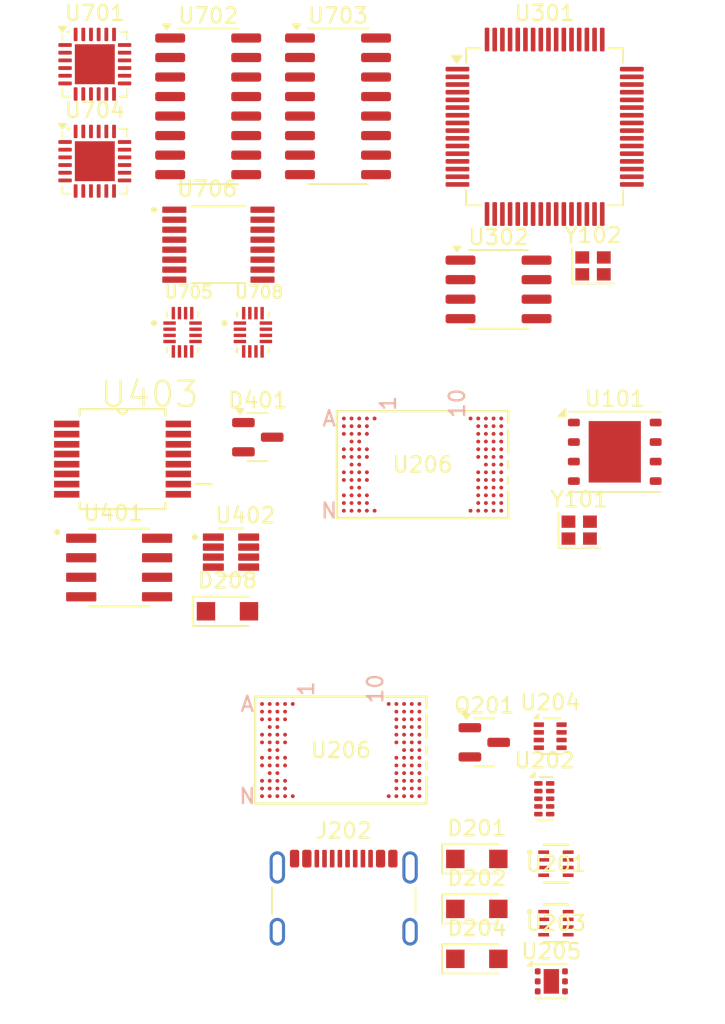
<source format=kicad_pcb>
(kicad_pcb (version 20241229) (generator "pcbnew") (generator_version "9.0")
  (layers (0 "F.Cu" signal) (2 "B.Cu" signal) (13 "F.Paste" user) (15 "B.Paste" user) (5 "F.SilkS" user "F.Silkscreen") (7 "B.SilkS" user "B.Silkscreen") (1 "F.Mask" user) (3 "B.Mask" user) (25 "Edge.Cuts" user))
  (net 0 "")
  (net 1 "5V_IN_USB")
  (net 2 "Net-(D201-A)")
  (net 3 "Net-(D202-A)")
  (net 4 "5V_REG")
  (net 5 "Net-(D204-A)")
  (net 6 "/Power/D-")
  (net 7 "USB_5V")
  (net 8 "GND")
  (net 9 "/Power/D+")
  (net 11 "Net-(J202-SHIELD)")
  (net 12 "Net-(J202-CC2)")
  (net 13 "Net-(J202-CC1)")
  (net 15 "Net-(D206-K)")
  (net 16 "Net-(Q201-G)")
  (net 17 "/Power/1V2_FB")
  (net 18 "5V_IN")
  (net 19 "/Power/SW2")
  (net 20 "/Power/REG_1V2_PG")
  (net 21 "/Power/COMP2")
  (net 22 "/Power/MODE")
  (net 25 "/Power/USB_D-")
  (net 28 "/Power/USB_D+")
  (net 29 "/Power/SW3")
  (net 30 "/Power/REG_1V8_PG")
  (net 31 "/Power/COMP3")
  (net 32 "/Power/1V8_FB")
  (net 33 "/Power/SW_ST")
  (net 34 "/Power/SW_PR1")
  (net 35 "/Power/VCC_3V3_EN")
  (net 38 "VCC_3V3")
  (net 39 "VPP_1P7")
  (net 40 "RADAR_VBGAP")
  (net 41 "RADAR_1P2_RF")
  (net 42 "RADAR_1V8")
  (net 44 "RADAR_3V3")
  (net 45 "RADAR_1V2")
  (net 47 "RADAR_1V_RF_OUT")
  (net 48 "RADAR_SRAM_1V2")
  (net 81 "Net-(D208-K)")
  (net 82 "Net-(J403-Pin_3)")
  (net 83 "Net-(J403-Pin_1)")
  (net 84 "Net-(U101-SO{slash}SIO1)")
  (net 85 "Net-(U101-SI{slash}SIO0)")
  (net 86 "Net-(U101-~{WP}{slash}SIO2)")
  (net 87 "Net-(U101-SCLK)")
  (net 88 "/xWRL6432AOP interface/QSPI_CS")
  (net 89 "Net-(U101-~{RESET}{slash}SIO3)")
  (net 90 "RADAR_1V4_APLL")
  (net 91 "/xWRL6432AOP interface/LVDS_FRCLK_HOST_CLK_TP")
  (net 92 "/xWRL6432AOP interface/QSPI_D2")
  (net 93 "/xWRL6432AOP interface/LVDS_D3_~{ERROR}_LED_WD_TP")
  (net 94 "/xWRL6432AOP interface/DCA_HOST_INTR_GPIO_0_LED")
  (net 95 "/xWRL6432AOP interface/JTAG_RADAR_TDI")
  (net 96 "/xWRL6432AOP interface/GPADC1")
  (net 97 "/xWRL6432AOP interface/QSPI_D3")
  (net 98 "/xWRL6432AOP interface/LVDS_CLK_RTC_CLKIN_TP")
  (net 99 "/xWRL6432AOP interface/DCA_SPI_MISO_REG_MODE")
  (net 100 "/xWRL6432AOP interface/JTAG_RADAR_TCK")
  (net 101 "/xWRL6432AOP interface/DCA_FTDI_MOSI")
  (net 102 "/xWRL6432AOP interface/RADAR_OSC_CLKOUT")
  (net 103 "/xWRL6432AOP interface/XDS_DCA_RS232_TX")
  (net 104 "RADAR_1V4_SYNTH")
  (net 105 "/xWRL6432AOP interface/RADAR_~{RST}")
  (net 106 "/xWRL6432AOP interface/LVDS_D0_LIN_PHY_RX")
  (net 107 "/xWRL6432AOP interface/QSPI_SCLK")
  (net 108 "/xWRL6432AOP interface/LVDS_D1_XDS_UARTA_RX_CAN_RX")
  (net 109 "/xWRL6432AOP interface/DCA_SPI_CLK_I2C_SCL")
  (net 110 "/xWRL6432AOP interface/QSPI_D0")
  (net 111 "/xWRL6432AOP interface/XTAL_P")
  (net 112 "/xWRL6432AOP interface/QSPI_D1")
  (net 113 "Net-(U206A-TDO)")
  (net 114 "/xWRL6432AOP interface/XTAL_M")
  (net 115 "/xWRL6432AOP interface/JTAG_RADAR_TMS")
  (net 116 "/xWRL6432AOP interface/DCA_SPI_CLK_I2C_SDA")
  (net 117 "/xWRL6432AOP interface/LVDS_D2_XDS_UARTA_TX_CAN_TX")
  (net 118 "/xWRL6432AOP interface/PMIC_CLKOUT_LIN_PHY_TX_SOP1")
  (net 119 "/xWRL6432AOP interface/XDS_DCA_RS232_RX")
  (net 120 "FTDI_VCORE")
  (net 121 "FTDI_3V3")
  (net 122 "/FTDI/FTDI_SPI_CLK")
  (net 123 "/FTDI/FTDI_SPI_MOSI")
  (net 124 "/FTDI/VPHY_FTDI")
  (net 125 "/FTDI/HOSTIRQ_FTDI_OUT")
  (net 130 "/FTDI/HOSTIRQ_FTDI_IN")
  (net 132 "Net-(U301-DDBUS7)")
  (net 133 "/FTDI/EECS")
  (net 134 "/FTDI/FTDI_SPI_CS")
  (net 136 "/FTDI/XTAL_P")
  (net 140 "/FTDI/~{RST}_FTDI")
  (net 141 "/FTDI/RST_FTDI")
  (net 145 "/FTDI/SOP0_FTDI")
  (net 146 "/FTDI/REF_FTDI")
  (net 148 "Net-(U301-~{SUSPEND})")
  (net 149 "/FTDI/FTDI_USBD-")
  (net 150 "/FTDI/FTDI_USBD+")
  (net 153 "/FTDI/XTAL_M")
  (net 154 "/FTDI/FTDI_SPI_MISO")
  (net 155 "/FTDI/SOP1_FTDI")
  (net 158 "/FTDI/VPLL_FTDI")
  (net 159 "/FTDI/EEDATA")
  (net 164 "/FTDI/EECLK")
  (net 168 "Net-(U302-DI)")
  (net 170 "Net-(U401-VCC)")
  (net 171 "/COM busses/CAN_L")
  (net 172 "/COM busses/CAN_H")
  (net 173 "Net-(U401-RXD)")
  (net 174 "Net-(U401-STB)")
  (net 175 "Net-(U401-TXD)")
  (net 176 "Net-(U402-EN)")
  (net 179 "Net-(U402-RXD)")
  (net 180 "Net-(U402-TXD)")
  (net 181 "Net-(J402-Pin_2)")
  (net 183 "Net-(U403-V+)")
  (net 184 "Net-(U403-C1-)")
  (net 185 "Net-(U403-C2+)")
  (net 186 "/COM busses/RS232_RX")
  (net 187 "Net-(U403-C2-)")
  (net 188 "Net-(U403-C1+)")
  (net 189 "/COM busses/RS232_TX")
  (net 190 "Net-(U403-V-)")
  (net 191 "/Muxes/LVDS_D0_LIN_PHY_RX")
  (net 192 "/Muxes/LVDS_FRCLK_HOST_CLK_TP")
  (net 194 "/Muxes/TS3A_~{EN}")
  (net 195 "/Muxes/~{ERROR}_LED_WD_TP")
  (net 196 "/Muxes/XDS_UARTA_RX_CAN_RX")
  (net 197 "/Muxes/LVDS_D2_XDS_UARTA_TX_CAN_TX")
  (net 198 "/Muxes/MUX_CTRL_LVDS_UART_CAN_TP")
  (net 199 "/Muxes/RADAR_LVDS_DATA1")
  (net 200 "/Muxes/RADAR_LVDS_CLK")
  (net 201 "/Muxes/RTC_CLK")
  (net 202 "/Muxes/RADAR_LVDS_FRCLK")
  (net 203 "/Muxes/HOST_CLK")
  (net 204 "/Muxes/RADAR_LVDS_DATA2")
  (net 205 "/Muxes/LVDS_D1_XDS_UARTA_RX_CAN_RX")
  (net 206 "/Muxes/RADAR_LVDS_DATA3")
  (net 207 "/Muxes/XDS_UARTA_TX_CAN_TX")
  (net 208 "/Muxes/LIN_PHY_RX")
  (net 209 "/Muxes/RADAR_LVDS_DATA0")
  (net 210 "/Muxes/LVDS_D3_~{ERROR}_LED_WD_TP")
  (net 211 "/Muxes/LVDS_CLK_RTC_CLKIN_TP")
  (net 212 "/Muxes/RADAR_LVDS_0P")
  (net 213 "/Muxes/RADAR_LVDS_0M")
  (net 214 "/Muxes/RADAR_LVDS_2M")
  (net 215 "/Muxes/RADAR_LVDS_3P")
  (net 216 "VCC_LVDS_3V3")
  (net 217 "/Muxes/RADAR_LVDS_1M")
  (net 218 "/Muxes/RADAR_LVDS_2P")
  (net 219 "/Muxes/RADAR_LVDS_3M")
  (net 220 "/Muxes/RADAR_LVDS_1P")
  (net 223 "/Muxes/RADAR_LVDS_CLKP")
  (net 226 "/Muxes/RADAR_LVDS_FRCLKM")
  (net 228 "/Muxes/RADAR_LVDS_CLKM")
  (net 229 "/Muxes/RADAR_LVDS_FRCLKP")
  (net 232 "/Muxes/DCA_FTDI_SPI_CS")
  (net 233 "/Muxes/DCA_SPI_MOSI")
  (net 234 "/Muxes/FTDI_SPI_CS")
  (net 235 "/Muxes/FTDI_SPI_MISO")
  (net 236 "/Muxes/FTDI_SPI_MOSI")
  (net 237 "/Muxes/DCA_FTDI_SPI_MOSI")
  (net 238 "/Muxes/MUX_CTRL_FTDI_DCA_SPI")
  (net 239 "/Muxes/FTDI_HOST_INTR_1")
  (net 240 "/Muxes/DCA_FTDI_SPI_MISO")
  (net 243 "/Muxes/DCA_SPI_CLK")
  (net 244 "/Muxes/DCA_FTDI_SPI_CLK")
  (net 245 "/Muxes/DCA_HOST_INTR_1")
  (net 246 "/Muxes/DCA_FTDI_HOST_INTR_1")
  (net 247 "/Muxes/DCA_SPI_CS")
  (net 248 "/Muxes/FTDI_SPI_CLK")
  (net 249 "/Muxes/SPI-MUX_~{EN}")
  (net 250 "/Muxes/DCA_SPI_MISO")
  (net 252 "/Muxes/DCA_SPI_CS_I2C_SDA")
  (net 253 "/Muxes/DCA_SPI_CLK_I2C_SCL")
  (net 254 "/Muxes/REG_MODE_SELECT")
  (net 255 "/Muxes/I2C_SDA")
  (net 256 "Net-(U705-~{EN})")
  (net 257 "/Muxes/USER_LED_SW_GPIO_0")
  (net 258 "/Muxes/I2C_SCL")
  (net 259 "/Muxes/MUX_CTRL_SPI_I2C_MODE")
  (net 260 "/Muxes/DCA_SPI_MISO_REG_MODE")
  (net 261 "/Muxes/DCA_HOST_INTR_GPIO_0_LED")
  (net 262 "/Muxes/XDS_RS232_TX")
  (net 263 "/Muxes/DCA_RS232_RX")
  (net 264 "/Muxes/CAN_PHY_TX")
  (net 265 "/Muxes/XDS_DCA_RS232_RX")
  (net 266 "/Muxes/XDS_RS232_RX")
  (net 267 "/Muxes/MUX_CTRL_RS232")
  (net 268 "/Muxes/MUX_CTRL_UARTA_CAN")
  (net 269 "/Muxes/DCA_RS232_TX")
  (net 270 "/Muxes/XDS_UARTA_TX")
  (net 271 "/Muxes/CAN_PHY_RX")
  (net 272 "/Muxes/XDS_UARTA_RX")
  (net 273 "/Muxes/XDS_CDA_RS232_TX")
  (net 274 "/Muxes/XDS_DCA_TDI")
  (net 275 "/Muxes/MUX_CTRL_XDS_DCA_JTAG")
  (net 276 "/Muxes/XDS_DCA_TCK")
  (net 277 "/Muxes/DCA_TMS")
  (net 278 "/Muxes/DCA_TDO")
  (net 279 "Net-(U708-~{EN})")
  (net 280 "/Muxes/XDS_TDO")
  (net 281 "/Muxes/XDS_TCK")
  (net 282 "/Muxes/XDS_TMS")
  (net 283 "/Muxes/XDS_DCA_TDO_SOP0")
  (net 284 "/Muxes/XDS_TDI")
  (net 285 "/Muxes/DCA_TCK")
  (net 286 "/Muxes/DCA_TDI")
  (net 287 "/Muxes/XDS_DCA_TMS")
  (footprint "TPS62850x:SOT-5X3-8_DRL_TEX" (layer "F.Cu") (at 157.507099 122.8921)
    (property "Reference" "U201" (at 0 0 0) (layer "F.SilkS"))
    (property "Value" "TPS628502DRLR")
    (pad "1" smd rect (at -0.796801 -0.750001) (size 0.706399 0.2294) (layers "F.Cu" "F.Mask" "F.Paste") (net 18 "5V_IN"))
    (pad "2" smd rect (at -0.796801 -0.25) (size 0.706399 0.2294) (layers "F.Cu" "F.Mask" "F.Paste") (net 18 "5V_IN"))
    (pad "3" smd rect (at -0.796801 0.25) (size 0.706399 0.2294) (layers "F.Cu" "F.Mask" "F.Paste") (net 22 "/Power/MODE"))
    (pad "4" smd rect (at -0.796801 0.750001) (size 0.706399 0.2294) (layers "F.Cu" "F.Mask" "F.Paste") (net 21 "/Power/COMP2"))
    (pad "5" smd rect (at 0.796801 0.750001) (size 0.706399 0.2294) (layers "F.Cu" "F.Mask" "F.Paste") (net 17 "/Power/1V2_FB"))
    (pad "6" smd rect (at 0.796801 0.25) (size 0.706399 0.2294) (layers "F.Cu" "F.Mask" "F.Paste") (net 20 "/Power/REG_1V2_PG"))
    (pad "7" smd rect (at 0.796801 -0.25) (size 0.706399 0.2294) (layers "F.Cu" "F.Mask" "F.Paste") (net 19 "/Power/SW2"))
    (pad "8" smd rect (at 0.796801 -0.750001) (size 0.706399 0.2294) (layers "F.Cu" "F.Mask" "F.Paste") (net 8 "GND"))
  )
  (footprint "Package_SON:USON-10_2.5x1.0mm_P0.5mm" (layer "F.Cu") (at 156.7485 118.667)
    (property "Reference" "U202" (at 0.01829 -2.5 0) (layer "F.SilkS"))
    (property "Value" "TPD4EUSB30")
    (pad "1" smd roundrect (at -0.385 -1 270) (size 0.3 0.55) (layers "F.Cu" "F.Mask" "F.Paste") (net 9 "/Power/D+"))
    (pad "2" smd roundrect (at -0.385 -0.5 270) (size 0.3 0.55) (layers "F.Cu" "F.Mask" "F.Paste") (net 6 "/Power/D-"))
    (pad "3" smd roundrect (at -0.385 0 270) (size 0.3 0.55) (layers "F.Cu" "F.Mask" "F.Paste") (net 8 "GND"))
    (pad "4" smd roundrect (at -0.385 0.5 270) (size 0.3 0.55) (layers "F.Cu" "F.Mask" "F.Paste") (net 28 "/Power/USB_D+"))
    (pad "5" smd roundrect (at -0.385 1 270) (size 0.3 0.55) (layers "F.Cu" "F.Mask" "F.Paste") (net 25 "/Power/USB_D-"))
    (pad "6" smd roundrect (at 0.385 1 270) (size 0.3 0.55) (layers "F.Cu" "F.Mask" "F.Paste"))
    (pad "7" smd roundrect (at 0.385 0.5 270) (size 0.3 0.55) (layers "F.Cu" "F.Mask" "F.Paste"))
    (pad "8" smd roundrect (at 0.385 0 270) (size 0.3 0.55) (layers "F.Cu" "F.Mask" "F.Paste") (net 8 "GND"))
    (pad "9" smd roundrect (at 0.385 -0.5 270) (size 0.3 0.55) (layers "F.Cu" "F.Mask" "F.Paste"))
    (pad "10" smd roundrect (at 0.385 -1 270) (size 0.3 0.55) (layers "F.Cu" "F.Mask" "F.Paste"))
  )
  (footprint "TS3A5018RSVR:QFN40P260X180X55-16N" (layer "F.Cu") (at 137.7825 88.32)
    (property "Reference" "U708" (at 0.405 -2.608 0) (layer "F.SilkS") (effects (font (size 0.8 0.8))))
    (property "Value" "TS3A5018RSVR")
    (pad "1" smd roundrect (at -0.845 -0.6) (size 0.81 0.22) (layers "F.Cu" "F.Mask" "F.Paste") (roundrect_rratio 0.125) (net 285 "/Muxes/DCA_TCK"))
    (pad "2" smd roundrect (at -0.845 -0.2) (size 0.81 0.22) (layers "F.Cu" "F.Mask" "F.Paste") (roundrect_rratio 0.125) (net 276 "/Muxes/XDS_DCA_TCK"))
    (pad "3" smd roundrect (at -0.845 0.2) (size 0.81 0.22) (layers "F.Cu" "F.Mask" "F.Paste") (roundrect_rratio 0.125) (net 280 "/Muxes/XDS_TDO"))
    (pad "4" smd roundrect (at -0.845 0.6) (size 0.81 0.22) (layers "F.Cu" "F.Mask" "F.Paste") (roundrect_rratio 0.125) (net 281 "/Muxes/XDS_TCK"))
    (pad "5" smd roundrect (at -0.6 1.245) (size 0.22 0.81) (layers "F.Cu" "F.Mask" "F.Paste") (roundrect_rratio 0.125) (net 274 "/Muxes/XDS_DCA_TDI"))
    (pad "6" smd roundrect (at -0.2 1.245) (size 0.22 0.81) (layers "F.Cu" "F.Mask" "F.Paste") (roundrect_rratio 0.125) (net 8 "GND"))
    (pad "7" smd roundrect (at 0.2 1.245) (size 0.22 0.81) (layers "F.Cu" "F.Mask" "F.Paste") (roundrect_rratio 0.125) (net 283 "/Muxes/XDS_DCA_TDO_SOP0"))
    (pad "8" smd roundrect (at 0.6 1.245) (size 0.22 0.81) (layers "F.Cu" "F.Mask" "F.Paste") (roundrect_rratio 0.125) (net 286 "/Muxes/DCA_TDI"))
    (pad "9" smd roundrect (at 0.845 0.6) (size 0.81 0.22) (layers "F.Cu" "F.Mask" "F.Paste") (roundrect_rratio 0.125) (net 277 "/Muxes/DCA_TMS"))
    (pad "10" smd roundrect (at 0.845 0.2) (size 0.81 0.22) (layers "F.Cu" "F.Mask" "F.Paste") (roundrect_rratio 0.125) (net 287 "/Muxes/XDS_DCA_TMS"))
    (pad "11" smd roundrect (at 0.845 -0.2) (size 0.81 0.22) (layers "F.Cu" "F.Mask" "F.Paste") (roundrect_rratio 0.125) (net 284 "/Muxes/XDS_TDI"))
    (pad "12" smd roundrect (at 0.845 -0.6) (size 0.81 0.22) (layers "F.Cu" "F.Mask" "F.Paste") (roundrect_rratio 0.125) (net 282 "/Muxes/XDS_TMS"))
    (pad "13" smd roundrect (at 0.6 -1.245) (size 0.22 0.81) (layers "F.Cu" "F.Mask" "F.Paste") (roundrect_rratio 0.125) (net 279 "Net-(U708-~{EN})"))
    (pad "14" smd roundrect (at 0.2 -1.245) (size 0.22 0.81) (layers "F.Cu" "F.Mask" "F.Paste") (roundrect_rratio 0.125) (net 38 "VCC_3V3"))
    (pad "15" smd roundrect (at -0.2 -1.245) (size 0.22 0.81) (layers "F.Cu" "F.Mask" "F.Paste") (roundrect_rratio 0.125) (net 275 "/Muxes/MUX_CTRL_XDS_DCA_JTAG"))
    (pad "16" smd roundrect (at -0.6 -1.245) (size 0.22 0.81) (layers "F.Cu" "F.Mask" "F.Paste") (roundrect_rratio 0.125) (net 278 "/Muxes/DCA_TDO"))
  )
  (footprint "Package_SO:SOIC-16_3.9x9.9mm_P1.27mm" (layer "F.Cu") (at 143.3225 73.62)
    (property "Reference" "U703" (at 0 -5.9 0) (layer "F.SilkS"))
    (property "Value" "SN65LVDS047D")
    (pad "1" smd roundrect (at -2.475 -4.445) (size 1.95 0.6) (layers "F.Cu" "F.Mask" "F.Paste") (net 216 "VCC_LVDS_3V3"))
    (pad "2" smd roundrect (at -2.475 -3.175) (size 1.95 0.6) (layers "F.Cu" "F.Mask" "F.Paste") (net 200 "/Muxes/RADAR_LVDS_CLK"))
    (pad "3" smd roundrect (at -2.475 -1.905) (size 1.95 0.6) (layers "F.Cu" "F.Mask" "F.Paste") (net 202 "/Muxes/RADAR_LVDS_FRCLK"))
    (pad "4" smd roundrect (at -2.475 -0.635) (size 1.95 0.6) (layers "F.Cu" "F.Mask" "F.Paste") (net 216 "VCC_LVDS_3V3"))
    (pad "5" smd roundrect (at -2.475 0.635) (size 1.95 0.6) (layers "F.Cu" "F.Mask" "F.Paste") (net 8 "GND"))
    (pad "6" smd roundrect (at -2.475 1.905) (size 1.95 0.6) (layers "F.Cu" "F.Mask" "F.Paste"))
    (pad "7" smd roundrect (at -2.475 3.175) (size 1.95 0.6) (layers "F.Cu" "F.Mask" "F.Paste"))
    (pad "8" smd roundrect (at -2.475 4.445) (size 1.95 0.6) (layers "F.Cu" "F.Mask" "F.Paste") (net 8 "GND"))
    (pad "9" smd roundrect (at 2.475 4.445) (size 1.95 0.6) (layers "F.Cu" "F.Mask" "F.Paste"))
    (pad "10" smd roundrect (at 2.475 3.175) (size 1.95 0.6) (layers "F.Cu" "F.Mask" "F.Paste"))
    (pad "11" smd roundrect (at 2.475 1.905) (size 1.95 0.6) (layers "F.Cu" "F.Mask" "F.Paste"))
    (pad "12" smd roundrect (at 2.475 0.635) (size 1.95 0.6) (layers "F.Cu" "F.Mask" "F.Paste"))
    (pad "13" smd roundrect (at 2.475 -0.635) (size 1.95 0.6) (layers "F.Cu" "F.Mask" "F.Paste") (net 226 "/Muxes/RADAR_LVDS_FRCLKM"))
    (pad "14" smd roundrect (at 2.475 -1.905) (size 1.95 0.6) (layers "F.Cu" "F.Mask" "F.Paste") (net 229 "/Muxes/RADAR_LVDS_FRCLKP"))
    (pad "15" smd roundrect (at 2.475 -3.175) (size 1.95 0.6) (layers "F.Cu" "F.Mask" "F.Paste") (net 223 "/Muxes/RADAR_LVDS_CLKP"))
    (pad "16" smd roundrect (at 2.475 -4.445) (size 1.95 0.6) (layers "F.Cu" "F.Mask" "F.Paste") (net 228 "/Muxes/RADAR_LVDS_CLKM"))
  )
  (footprint "TCAN1042HGVDRQ1:SOIC127P599X175-8N" (layer "F.Cu") (at 129.0775 103.6225)
    (property "Reference" "U401" (at -0.385 -3.537 0) (layer "F.SilkS"))
    (property "Value" "TCAN1042HGVDRQ1")
    (pad "1" smd roundrect (at -2.47 -1.905) (size 1.97 0.6) (layers "F.Cu" "F.Mask" "F.Paste") (roundrect_rratio 0.125) (net 175 "Net-(U401-TXD)"))
    (pad "2" smd roundrect (at -2.47 -0.635) (size 1.97 0.6) (layers "F.Cu" "F.Mask" "F.Paste") (roundrect_rratio 0.125) (net 8 "GND"))
    (pad "3" smd roundrect (at -2.47 0.635) (size 1.97 0.6) (layers "F.Cu" "F.Mask" "F.Paste") (roundrect_rratio 0.125) (net 170 "Net-(U401-VCC)"))
    (pad "4" smd roundrect (at -2.47 1.905) (size 1.97 0.6) (layers "F.Cu" "F.Mask" "F.Paste") (roundrect_rratio 0.125) (net 173 "Net-(U401-RXD)"))
    (pad "5" smd roundrect (at 2.47 1.905) (size 1.97 0.6) (layers "F.Cu" "F.Mask" "F.Paste") (roundrect_rratio 0.125) (net 38 "VCC_3V3"))
    (pad "6" smd roundrect (at 2.47 0.635) (size 1.97 0.6) (layers "F.Cu" "F.Mask" "F.Paste") (roundrect_rratio 0.125) (net 171 "/COM busses/CAN_L"))
    (pad "7" smd roundrect (at 2.47 -0.635) (size 1.97 0.6) (layers "F.Cu" "F.Mask" "F.Paste") (roundrect_rratio 0.125) (net 172 "/COM busses/CAN_H"))
    (pad "8" smd roundrect (at 2.47 -1.905) (size 1.97 0.6) (layers "F.Cu" "F.Mask" "F.Paste") (roundrect_rratio 0.125) (net 174 "Net-(U401-STB)"))
  )
  (footprint "Package_TO_SOT_SMD:SOT-583-8" (layer "F.Cu") (at 157.1335 114.597)
    (property "Reference" "U204" (at 0 -2.2 0) (layer "F.SilkS"))
    (property "Value" "TPS2116DRL")
    (pad "1" smd roundrect (at -0.74 -0.75) (size 0.67 0.3) (layers "F.Cu" "F.Mask" "F.Paste") (roundrect_rratio 0.1666666667) (net 8 "GND"))
    (pad "2" smd roundrect (at -0.74 -0.25) (size 0.67 0.3) (layers "F.Cu" "F.Mask" "F.Paste") (roundrect_rratio 0.1666666667) (net 18 "5V_IN"))
    (pad "3" smd roundrect (at -0.74 0.25) (size 0.67 0.3) (layers "F.Cu" "F.Mask" "F.Paste") (roundrect_rratio 0.1666666667) (net 4 "5V_REG"))
    (pad "4" smd roundrect (at -0.74 0.75) (size 0.67 0.3) (layers "F.Cu" "F.Mask" "F.Paste") (roundrect_rratio 0.1666666667) (net 34 "/Power/SW_PR1"))
    (pad "5" smd roundrect (at 0.74 0.75) (size 0.67 0.3) (layers "F.Cu" "F.Mask" "F.Paste") (roundrect_rratio 0.1666666667) (net 4 "5V_REG"))
    (pad "6" smd roundrect (at 0.74 0.25) (size 0.67 0.3) (layers "F.Cu" "F.Mask" "F.Paste") (roundrect_rratio 0.1666666667) (net 1 "5V_IN_USB"))
    (pad "7" smd roundrect (at 0.74 -0.25) (size 0.67 0.3) (layers "F.Cu" "F.Mask" "F.Paste") (roundrect_rratio 0.1666666667) (net 18 "5V_IN"))
    (pad "8" smd roundrect (at 0.74 -0.75) (size 0.67 0.3) (layers "F.Cu" "F.Mask" "F.Paste") (roundrect_rratio 0.1666666667) (net 33 "/Power/SW_ST"))
  )
  (footprint "Package_DFN_QFN:WQFN-24-1EP_4x4mm_P0.5mm_EP2.6x2.6mm" (layer "F.Cu") (at 127.4925 77.19)
    (property "Reference" "U704" (at 0 -3.33 0) (layer "F.SilkS"))
    (property "Value" "TS3A27518ERTW")
    (pad "1" smd roundrect (at -1.9375 -1.25) (size 0.875 0.25) (layers "F.Cu" "F.Mask" "F.Paste") (net 244 "/Muxes/DCA_FTDI_SPI_CLK"))
    (pad "2" smd roundrect (at -1.9375 -0.75) (size 0.875 0.25) (layers "F.Cu" "F.Mask" "F.Paste") (net 8 "GND"))
    (pad "3" smd roundrect (at -1.9375 -0.25) (size 0.875 0.25) (layers "F.Cu" "F.Mask" "F.Paste") (net 232 "/Muxes/DCA_FTDI_SPI_CS"))
    (pad "4" smd roundrect (at -1.9375 0.25) (size 0.875 0.25) (layers "F.Cu" "F.Mask" "F.Paste") (net 240 "/Muxes/DCA_FTDI_SPI_MISO"))
    (pad "5" smd roundrect (at -1.9375 0.75) (size 0.875 0.25) (layers "F.Cu" "F.Mask" "F.Paste") (net 38 "VCC_3V3"))
    (pad "6" smd roundrect (at -1.9375 1.25) (size 0.875 0.25) (layers "F.Cu" "F.Mask" "F.Paste") (net 237 "/Muxes/DCA_FTDI_SPI_MOSI"))
    (pad "7" smd roundrect (at -1.25 1.9375) (size 0.25 0.875) (layers "F.Cu" "F.Mask" "F.Paste") (net 246 "/Muxes/DCA_FTDI_HOST_INTR_1"))
    (pad "8" smd roundrect (at -0.75 1.9375) (size 0.25 0.875) (layers "F.Cu" "F.Mask" "F.Paste") (net 248 "/Muxes/FTDI_SPI_CLK"))
    (pad "9" smd roundrect (at -0.25 1.9375) (size 0.25 0.875) (layers "F.Cu" "F.Mask" "F.Paste"))
    (pad "10" smd roundrect (at 0.25 1.9375) (size 0.25 0.875) (layers "F.Cu" "F.Mask" "F.Paste") (net 234 "/Muxes/FTDI_SPI_CS"))
    (pad "11" smd roundrect (at 0.75 1.9375) (size 0.25 0.875) (layers "F.Cu" "F.Mask" "F.Paste") (net 238 "/Muxes/MUX_CTRL_FTDI_DCA_SPI"))
    (pad "12" smd roundrect (at 1.25 1.9375) (size 0.25 0.875) (layers "F.Cu" "F.Mask" "F.Paste") (net 235 "/Muxes/FTDI_SPI_MISO"))
    (pad "13" smd roundrect (at 1.9375 1.25) (size 0.875 0.25) (layers "F.Cu" "F.Mask" "F.Paste"))
    (pad "14" smd roundrect (at 1.9375 0.75) (size 0.875 0.25) (layers "F.Cu" "F.Mask" "F.Paste") (net 236 "/Muxes/FTDI_SPI_MOSI"))
    (pad "15" smd roundrect (at 1.9375 0.25) (size 0.875 0.25) (layers "F.Cu" "F.Mask" "F.Paste") (net 239 "/Muxes/FTDI_HOST_INTR_1"))
    (pad "16" smd roundrect (at 1.9375 -0.25) (size 0.875 0.25) (layers "F.Cu" "F.Mask" "F.Paste") (net 245 "/Muxes/DCA_HOST_INTR_1"))
    (pad "17" smd roundrect (at 1.9375 -0.75) (size 0.875 0.25) (layers "F.Cu" "F.Mask" "F.Paste") (net 249 "/Muxes/SPI-MUX_~{EN}"))
    (pad "18" smd roundrect (at 1.9375 -1.25) (size 0.875 0.25) (layers "F.Cu" "F.Mask" "F.Paste") (net 233 "/Muxes/DCA_SPI_MOSI"))
    (pad "19" smd roundrect (at 1.25 -1.9375) (size 0.25 0.875) (layers "F.Cu" "F.Mask" "F.Paste"))
    (pad "20" smd roundrect (at 0.75 -1.9375) (size 0.25 0.875) (layers "F.Cu" "F.Mask" "F.Paste") (net 250 "/Muxes/DCA_SPI_MISO"))
    (pad "21" smd roundrect (at 0.25 -1.9375) (size 0.25 0.875) (layers "F.Cu" "F.Mask" "F.Paste") (net 238 "/Muxes/MUX_CTRL_FTDI_DCA_SPI"))
    (pad "22" smd roundrect (at -0.25 -1.9375) (size 0.25 0.875) (layers "F.Cu" "F.Mask" "F.Paste") (net 247 "/Muxes/DCA_SPI_CS"))
    (pad "23" smd roundrect (at -0.75 -1.9375) (size 0.25 0.875) (layers "F.Cu" "F.Mask" "F.Paste") (net 243 "/Muxes/DCA_SPI_CLK"))
    (pad "24" smd roundrect (at -1.25 -1.9375) (size 0.25 0.875) (layers "F.Cu" "F.Mask" "F.Paste"))
    (pad "25" smd rect (at 0 0) (size 2.6 2.6) (property pad_prop_heatsink) (layers "F.Cu" "F.Mask") (net 8 "GND"))
  )
  (footprint "Package_SO:SOIC-8_3.9x4.9mm_P1.27mm" (layer "F.Cu") (at 153.7725 85.53)
    (property "Reference" "U302" (at 0 -3.4 0) (layer "F.SilkS"))
    (property "Value" "93LCxxB")
    (pad "1" smd roundrect (at -2.475 -1.905) (size 1.95 0.6) (layers "F.Cu" "F.Mask" "F.Paste") (net 133 "/FTDI/EECS"))
    (pad "2" smd roundrect (at -2.475 -0.635) (size 1.95 0.6) (layers "F.Cu" "F.Mask" "F.Paste") (net 164 "/FTDI/EECLK"))
    (pad "3" smd roundrect (at -2.475 0.635) (size 1.95 0.6) (layers "F.Cu" "F.Mask" "F.Paste") (net 168 "Net-(U302-DI)"))
    (pad "4" smd roundrect (at -2.475 1.905) (size 1.95 0.6) (layers "F.Cu" "F.Mask" "F.Paste") (net 159 "/FTDI/EEDATA"))
    (pad "5" smd roundrect (at 2.475 1.905) (size 1.95 0.6) (layers "F.Cu" "F.Mask" "F.Paste") (net 8 "GND"))
    (pad "6" smd roundrect (at 2.475 0.635) (size 1.95 0.6) (layers "F.Cu" "F.Mask" "F.Paste"))
    (pad "7" smd roundrect (at 2.475 -0.635) (size 1.95 0.6) (layers "F.Cu" "F.Mask" "F.Paste"))
    (pad "8" smd roundrect (at 2.475 -1.905) (size 1.95 0.6) (layers "F.Cu" "F.Mask" "F.Paste") (net 121 "FTDI_3V3"))
  )
  (footprint "TRS3221EIDBR:SOP65P780X200-16N" (layer "F.Cu") (at 129.2952 96.5724)
    (property "Reference" "U403" (at 1.75434 -4.22056 0) (layer "F.SilkS") (effects (font (size 1.641622 1.641622))))
    (property "Value" "TRS3221EIDBR")
    (pad "1" smd rect (at -3.6322 -2.286) (size 1.651 0.4318) (layers "F.Cu" "F.Mask" "F.Paste") (net 8 "GND"))
    (pad "2" smd rect (at -3.6322 -1.6256) (size 1.651 0.4318) (layers "F.Cu" "F.Mask" "F.Paste") (net 188 "Net-(U403-C1+)"))
    (pad "3" smd rect (at -3.6322 -0.9652) (size 1.651 0.4318) (layers "F.Cu" "F.Mask" "F.Paste") (net 183 "Net-(U403-V+)"))
    (pad "4" smd rect (at -3.6322 -0.3302) (size 1.651 0.4318) (layers "F.Cu" "F.Mask" "F.Paste") (net 184 "Net-(U403-C1-)"))
    (pad "5" smd rect (at -3.6322 0.3302) (size 1.651 0.4318) (layers "F.Cu" "F.Mask" "F.Paste") (net 185 "Net-(U403-C2+)"))
    (pad "6" smd rect (at -3.6322 0.9652) (size 1.651 0.4318) (layers "F.Cu" "F.Mask" "F.Paste") (net 187 "Net-(U403-C2-)"))
    (pad "7" smd rect (at -3.6322 1.6256) (size 1.651 0.4318) (layers "F.Cu" "F.Mask" "F.Paste") (net 190 "Net-(U403-V-)"))
    (pad "8" smd rect (at -3.6322 2.286) (size 1.651 0.4318) (layers "F.Cu" "F.Mask" "F.Paste") (net 82 "Net-(J403-Pin_3)"))
    (pad "9" smd rect (at 3.6322 2.286) (size 1.651 0.4318) (layers "F.Cu" "F.Mask" "F.Paste") (net 186 "/COM busses/RS232_RX"))
    (pad "10" smd rect (at 3.6322 1.6256) (size 1.651 0.4318) (layers "F.Cu" "F.Mask" "F.Paste"))
    (pad "11" smd rect (at 3.6322 0.9652) (size 1.651 0.4318) (layers "F.Cu" "F.Mask" "F.Paste") (net 189 "/COM busses/RS232_TX"))
    (pad "12" smd rect (at 3.6322 0.3302) (size 1.651 0.4318) (layers "F.Cu" "F.Mask" "F.Paste") (net 38 "VCC_3V3"))
    (pad "13" smd rect (at 3.6322 -0.3302) (size 1.651 0.4318) (layers "F.Cu" "F.Mask" "F.Paste") (net 83 "Net-(J403-Pin_1)"))
    (pad "14" smd rect (at 3.6322 -0.9652) (size 1.651 0.4318) (layers "F.Cu" "F.Mask" "F.Paste") (net 8 "GND"))
    (pad "15" smd rect (at 3.6322 -1.6256) (size 1.651 0.4318) (layers "F.Cu" "F.Mask" "F.Paste") (net 38 "VCC_3V3"))
    (pad "16" smd rect (at 3.6322 -2.286) (size 1.651 0.4318) (layers "F.Cu" "F.Mask" "F.Paste") (net 38 "VCC_3V3"))
  )
  (footprint "Crystal:Crystal_SMD_2016-4Pin_2.0x1.6mm" (layer "F.Cu") (at 159.9225 84)
    (property "Reference" "Y102" (at 0 -2 0) (layer "F.SilkS"))
    (property "Value" "12MHz")
    (pad "1" smd rect (at -0.7 0.55) (size 0.9 0.8) (layers "F.Cu" "F.Mask" "F.Paste") (net 153 "/FTDI/XTAL_M"))
    (pad "2" smd rect (at 0.7 0.55) (size 0.9 0.8) (layers "F.Cu" "F.Mask" "F.Paste") (net 8 "GND"))
    (pad "3" smd rect (at 0.7 -0.55) (size 0.9 0.8) (layers "F.Cu" "F.Mask" "F.Paste") (net 136 "/FTDI/XTAL_P"))
    (pad "4" smd rect (at -0.7 -0.55) (size 0.9 0.8) (layers "F.Cu" "F.Mask" "F.Paste") (net 8 "GND"))
  )
  (footprint "Package_SON:WSON-6-1EP_2x2mm_P0.65mm_EP1x1.6mm" (layer "F.Cu") (at 157.2085 130.547)
    (property "Reference" "U205" (at 0 -1.95 0) (layer "F.SilkS"))
    (property "Value" "TLV75533PDRV")
    (pad "1" smd roundrect (at -0.8875 -0.65) (size 0.375 0.4) (layers "F.Cu" "F.Mask" "F.Paste") (net 38 "VCC_3V3"))
    (pad "2" smd roundrect (at -0.8875 0) (size 0.375 0.4) (layers "F.Cu" "F.Mask" "F.Paste"))
    (pad "3" smd roundrect (at -0.8875 0.65) (size 0.375 0.4) (layers "F.Cu" "F.Mask" "F.Paste") (net 8 "GND"))
    (pad "4" smd roundrect (at 0.8875 0.65) (size 0.375 0.4) (layers "F.Cu" "F.Mask" "F.Paste") (net 35 "/Power/VCC_3V3_EN"))
    (pad "5" smd roundrect (at 0.8875 0) (size 0.375 0.4) (layers "F.Cu" "F.Mask" "F.Paste"))
    (pad "6" smd roundrect (at 0.8875 -0.65) (size 0.375 0.4) (layers "F.Cu" "F.Mask" "F.Paste") (net 18 "5V_IN"))
    (pad "7" smd rect (at 0 0) (size 1 1.6) (property pad_prop_heatsink) (layers "F.Cu" "F.Mask") (net 8 "GND"))
  )
  (footprint "Package_TO_SOT_SMD:SOT-23" (layer "F.Cu") (at 138.1025 95.145)
    (property "Reference" "D401" (at 0 -2.4 0) (layer "F.SilkS"))
    (property "Value" "NUP2105L")
    (pad "1" smd roundrect (at -0.9375 -0.95) (size 1.475 0.6) (layers "F.Cu" "F.Mask" "F.Paste") (net 83 "Net-(J403-Pin_1)"))
    (pad "2" smd roundrect (at -0.9375 0.95) (size 1.475 0.6) (layers "F.Cu" "F.Mask" "F.Paste") (net 82 "Net-(J403-Pin_3)"))
    (pad "3" smd roundrect (at 0.9375 0) (size 1.475 0.6) (layers "F.Cu" "F.Mask" "F.Paste") (net 8 "GND"))
  )
  (footprint "Package_QFP:LQFP-64_10x10mm_P0.5mm" (layer "F.Cu") (at 156.7725 74.95)
    (property "Reference" "U301" (at 0 -7.4 0) (layer "F.SilkS"))
    (property "Value" "FT4232H")
    (pad "1" smd roundrect (at -5.675 -3.75) (size 1.55 0.3) (layers "F.Cu" "F.Mask" "F.Paste") (net 8 "GND"))
    (pad "2" smd roundrect (at -5.675 -3.25) (size 1.55 0.3) (layers "F.Cu" "F.Mask" "F.Paste") (net 153 "/FTDI/XTAL_M"))
    (pad "3" smd roundrect (at -5.675 -2.75) (size 1.55 0.3) (layers "F.Cu" "F.Mask" "F.Paste") (net 136 "/FTDI/XTAL_P"))
    (pad "4" smd roundrect (at -5.675 -2.25) (size 1.55 0.3) (layers "F.Cu" "F.Mask" "F.Paste") (net 124 "/FTDI/VPHY_FTDI"))
    (pad "5" smd roundrect (at -5.675 -1.75) (size 1.55 0.3) (layers "F.Cu" "F.Mask" "F.Paste") (net 8 "GND"))
    (pad "6" smd roundrect (at -5.675 -1.25) (size 1.55 0.3) (layers "F.Cu" "F.Mask" "F.Paste") (net 146 "/FTDI/REF_FTDI"))
    (pad "7" smd roundrect (at -5.675 -0.75) (size 1.55 0.3) (layers "F.Cu" "F.Mask" "F.Paste") (net 150 "/FTDI/FTDI_USBD+"))
    (pad "8" smd roundrect (at -5.675 -0.25) (size 1.55 0.3) (layers "F.Cu" "F.Mask" "F.Paste") (net 149 "/FTDI/FTDI_USBD-"))
    (pad "9" smd roundrect (at -5.675 0.25) (size 1.55 0.3) (layers "F.Cu" "F.Mask" "F.Paste") (net 158 "/FTDI/VPLL_FTDI"))
    (pad "10" smd roundrect (at -5.675 0.75) (size 1.55 0.3) (layers "F.Cu" "F.Mask" "F.Paste") (net 8 "GND"))
    (pad "11" smd roundrect (at -5.675 1.25) (size 1.55 0.3) (layers "F.Cu" "F.Mask" "F.Paste") (net 8 "GND"))
    (pad "12" smd roundrect (at -5.675 1.75) (size 1.55 0.3) (layers "F.Cu" "F.Mask" "F.Paste") (net 120 "FTDI_VCORE"))
    (pad "13" smd roundrect (at -5.675 2.25) (size 1.55 0.3) (layers "F.Cu" "F.Mask" "F.Paste") (net 8 "GND"))
    (pad "14" smd roundrect (at -5.675 2.75) (size 1.55 0.3) (layers "F.Cu" "F.Mask" "F.Paste") (net 141 "/FTDI/RST_FTDI"))
    (pad "15" smd roundrect (at -5.675 3.25) (size 1.55 0.3) (layers "F.Cu" "F.Mask" "F.Paste") (net 8 "GND"))
    (pad "16" smd roundrect (at -5.675 3.75) (size 1.55 0.3) (layers "F.Cu" "F.Mask" "F.Paste") (net 122 "/FTDI/FTDI_SPI_CLK"))
    (pad "17" smd roundrect (at -3.75 5.675) (size 0.3 1.55) (layers "F.Cu" "F.Mask" "F.Paste") (net 123 "/FTDI/FTDI_SPI_MOSI"))
    (pad "18" smd roundrect (at -3.25 5.675) (size 0.3 1.55) (layers "F.Cu" "F.Mask" "F.Paste") (net 154 "/FTDI/FTDI_SPI_MISO"))
    (pad "19" smd roundrect (at -2.75 5.675) (size 0.3 1.55) (layers "F.Cu" "F.Mask" "F.Paste") (net 134 "/FTDI/FTDI_SPI_CS"))
    (pad "20" smd roundrect (at -2.25 5.675) (size 0.3 1.55) (layers "F.Cu" "F.Mask" "F.Paste") (net 121 "FTDI_3V3"))
    (pad "21" smd roundrect (at -1.75 5.675) (size 0.3 1.55) (layers "F.Cu" "F.Mask" "F.Paste"))
    (pad "22" smd roundrect (at -1.25 5.675) (size 0.3 1.55) (layers "F.Cu" "F.Mask" "F.Paste"))
    (pad "23" smd roundrect (at -0.75 5.675) (size 0.3 1.55) (layers "F.Cu" "F.Mask" "F.Paste"))
    (pad "24" smd roundrect (at -0.25 5.675) (size 0.3 1.55) (layers "F.Cu" "F.Mask" "F.Paste"))
    (pad "25" smd roundrect (at 0.25 5.675) (size 0.3 1.55) (layers "F.Cu" "F.Mask" "F.Paste") (net 8 "GND"))
    (pad "26" smd roundrect (at 0.75 5.675) (size 0.3 1.55) (layers "F.Cu" "F.Mask" "F.Paste"))
    (pad "27" smd roundrect (at 1.25 5.675) (size 0.3 1.55) (layers "F.Cu" "F.Mask" "F.Paste"))
    (pad "28" smd roundrect (at 1.75 5.675) (size 0.3 1.55) (layers "F.Cu" "F.Mask" "F.Paste"))
    (pad "29" smd roundrect (at 2.25 5.675) (size 0.3 1.55) (layers "F.Cu" "F.Mask" "F.Paste"))
    (pad "30" smd roundrect (at 2.75 5.675) (size 0.3 1.55) (layers "F.Cu" "F.Mask" "F.Paste"))
    (pad "31" smd roundrect (at 3.25 5.675) (size 0.3 1.55) (layers "F.Cu" "F.Mask" "F.Paste") (net 121 "FTDI_3V3"))
    (pad "32" smd roundrect (at 3.75 5.675) (size 0.3 1.55) (layers "F.Cu" "F.Mask" "F.Paste") (net 130 "/FTDI/HOSTIRQ_FTDI_IN"))
    (pad "33" smd roundrect (at 5.675 3.75) (size 1.55 0.3) (layers "F.Cu" "F.Mask" "F.Paste"))
    (pad "34" smd roundrect (at 5.675 3.25) (size 1.55 0.3) (layers "F.Cu" "F.Mask" "F.Paste") (net 125 "/FTDI/HOSTIRQ_FTDI_OUT"))
    (pad "35" smd roundrect (at 5.675 2.75) (size 1.55 0.3) (layers "F.Cu" "F.Mask" "F.Paste") (net 8 "GND"))
    (pad "36" smd roundrect (at 5.675 2.25) (size 1.55 0.3) (layers "F.Cu" "F.Mask" "F.Paste") (net 148 "Net-(U301-~{SUSPEND})"))
    (pad "37" smd roundrect (at 5.675 1.75) (size 1.55 0.3) (layers "F.Cu" "F.Mask" "F.Paste") (net 120 "FTDI_VCORE"))
    (pad "38" smd roundrect (at 5.675 1.25) (size 1.55 0.3) (layers "F.Cu" "F.Mask" "F.Paste"))
    (pad "39" smd roundrect (at 5.675 0.75) (size 1.55 0.3) (layers "F.Cu" "F.Mask" "F.Paste"))
    (pad "40" smd roundrect (at 5.675 0.25) (size 1.55 0.3) (layers "F.Cu" "F.Mask" "F.Paste"))
    (pad "41" smd roundrect (at 5.675 -0.25) (size 1.55 0.3) (layers "F.Cu" "F.Mask" "F.Paste"))
    (pad "42" smd roundrect (at 5.675 -0.75) (size 1.55 0.3) (layers "F.Cu" "F.Mask" "F.Paste") (net 121 "FTDI_3V3"))
    (pad "43" smd roundrect (at 5.675 -1.25) (size 1.55 0.3) (layers "F.Cu" "F.Mask" "F.Paste"))
    (pad "44" smd roundrect (at 5.675 -1.75) (size 1.55 0.3) (layers "F.Cu" "F.Mask" "F.Paste"))
    (pad "45" smd roundrect (at 5.675 -2.25) (size 1.55 0.3) (layers "F.Cu" "F.Mask" "F.Paste") (net 140 "/FTDI/~{RST}_FTDI"))
    (pad "46" smd roundrect (at 5.675 -2.75) (size 1.55 0.3) (layers "F.Cu" "F.Mask" "F.Paste"))
    (pad "47" smd roundrect (at 5.675 -3.25) (size 1.55 0.3) (layers "F.Cu" "F.Mask" "F.Paste") (net 8 "GND"))
    (pad "48" smd roundrect (at 5.675 -3.75) (size 1.55 0.3) (layers "F.Cu" "F.Mask" "F.Paste"))
    (pad "49" smd roundrect (at 3.75 -5.675) (size 0.3 1.55) (layers "F.Cu" "F.Mask" "F.Paste") (net 120 "FTDI_VCORE"))
    (pad "50" smd roundrect (at 3.25 -5.675) (size 0.3 1.55) (layers "F.Cu" "F.Mask" "F.Paste") (net 121 "FTDI_3V3"))
    (pad "51" smd roundrect (at 2.75 -5.675) (size 0.3 1.55) (layers "F.Cu" "F.Mask" "F.Paste") (net 8 "GND"))
    (pad "52" smd roundrect (at 2.25 -5.675) (size 0.3 1.55) (layers "F.Cu" "F.Mask" "F.Paste"))
    (pad "53" smd roundrect (at 1.75 -5.675) (size 0.3 1.55) (layers "F.Cu" "F.Mask" "F.Paste"))
    (pad "54" smd roundrect (at 1.25 -5.675) (size 0.3 1.55) (layers "F.Cu" "F.Mask" "F.Paste") (net 155 "/FTDI/SOP1_FTDI"))
    (pad "55" smd roundrect (at 0.75 -5.675) (size 0.3 1.55) (layers "F.Cu" "F.Mask" "F.Paste") (net 145 "/FTDI/SOP0_FTDI"))
    (pad "56" smd roundrect (at 0.25 -5.675) (size 0.3 1.55) (layers "F.Cu" "F.Mask" "F.Paste") (net 121 "FTDI_3V3"))
    (pad "57" smd roundrect (at -0.25 -5.675) (size 0.3 1.55) (layers "F.Cu" "F.Mask" "F.Paste"))
    (pad "58" smd roundrect (at -0.75 -5.675) (size 0.3 1.55) (layers "F.Cu" "F.Mask" "F.Paste"))
    (pad "59" smd roundrect (at -1.25 -5.675) (size 0.3 1.55) (layers "F.Cu" "F.Mask" "F.Paste") (net 132 "Net-(U301-DDBUS7)"))
    (pad "60" smd roundrect (at -1.75 -5.675) (size 0.3 1.55) (layers "F.Cu" "F.Mask" "F.Paste"))
    (pad "61" smd roundrect (at -2.25 -5.675) (size 0.3 1.55) (layers "F.Cu" "F.Mask" "F.Paste") (net 159 "/FTDI/EEDATA"))
    (pad "62" smd roundrect (at -2.75 -5.675) (size 0.3 1.55) (layers "F.Cu" "F.Mask" "F.Paste") (net 164 "/FTDI/EECLK"))
    (pad "63" smd roundrect (at -3.25 -5.675) (size 0.3 1.55) (layers "F.Cu" "F.Mask" "F.Paste") (net 133 "/FTDI/EECS"))
    (pad "64" smd roundrect (at -3.75 -5.675) (size 0.3 1.55) (layers "F.Cu" "F.Mask" "F.Paste") (net 120 "FTDI_VCORE"))
  )
  (footprint "Diode_SMD:Nexperia_CFP3_SOD-123W" (layer "F.Cu") (at 152.3585 129.082)
    (property "Reference" "D204" (at 0 -2 0) (layer "F.SilkS"))
    (property "Value" "PMEG3020ER")
    (pad "1" smd rect (at -1.4 0) (size 1.2 1.2) (layers "F.Cu" "F.Mask" "F.Paste") (net 1 "5V_IN_USB"))
    (pad "2" smd rect (at 1.4 0) (size 1.2 1.2) (layers "F.Cu" "F.Mask" "F.Paste") (net 5 "Net-(D204-A)"))
  )
  (footprint "Crystal:Crystal_SMD_2016-4Pin_2.0x1.6mm" (layer "F.Cu") (at 159.0225 101.19)
    (property "Reference" "Y101" (at 0 -2 0) (layer "F.SilkS"))
    (property "Value" "40MHz")
    (pad "1" smd rect (at -0.7 0.55) (size 0.9 0.8) (layers "F.Cu" "F.Mask" "F.Paste") (net 114 "/xWRL6432AOP interface/XTAL_M"))
    (pad "2" smd rect (at 0.7 0.55) (size 0.9 0.8) (layers "F.Cu" "F.Mask" "F.Paste") (net 8 "GND"))
    (pad "3" smd rect (at 0.7 -0.55) (size 0.9 0.8) (layers "F.Cu" "F.Mask" "F.Paste") (net 111 "/xWRL6432AOP interface/XTAL_P"))
    (pad "4" smd rect (at -0.7 -0.55) (size 0.9 0.8) (layers "F.Cu" "F.Mask" "F.Paste") (net 8 "GND"))
  )
  (footprint "Package_DFN_QFN:WQFN-24-1EP_4x4mm_P0.5mm_EP2.6x2.6mm" (layer "F.Cu") (at 127.4925 70.88)
    (property "Reference" "U701" (at 0 -3.33 0) (layer "F.SilkS"))
    (property "Value" "TS3A27518ERTW")
    (pad "1" smd roundrect (at -1.9375 -1.25) (size 0.875 0.25) (layers "F.Cu" "F.Mask" "F.Paste") (net 210 "/Muxes/LVDS_D3_~{ERROR}_LED_WD_TP"))
    (pad "2" smd roundrect (at -1.9375 -0.75) (size 0.875 0.25) (layers "F.Cu" "F.Mask" "F.Paste") (net 8 "GND"))
    (pad "3" smd roundrect (at -1.9375 -0.25) (size 0.875 0.25) (layers "F.Cu" "F.Mask" "F.Paste") (net 205 "/Muxes/LVDS_D1_XDS_UARTA_RX_CAN_RX"))
    (pad "4" smd roundrect (at -1.9375 0.25) (size 0.875 0.25) (layers "F.Cu" "F.Mask" "F.Paste") (net 197 "/Muxes/LVDS_D2_XDS_UARTA_TX_CAN_TX"))
    (pad "5" smd roundrect (at -1.9375 0.75) (size 0.875 0.25) (layers "F.Cu" "F.Mask" "F.Paste") (net 38 "VCC_3V3"))
    (pad "6" smd roundrect (at -1.9375 1.25) (size 0.875 0.25) (layers "F.Cu" "F.Mask" "F.Paste") (net 192 "/Muxes/LVDS_FRCLK_HOST_CLK_TP"))
    (pad "7" smd roundrect (at -1.25 1.9375) (size 0.25 0.875) (layers "F.Cu" "F.Mask" "F.Paste") (net 211 "/Muxes/LVDS_CLK_RTC_CLKIN_TP"))
    (pad "8" smd roundrect (at -0.75 1.9375) (size 0.25 0.875) (layers "F.Cu" "F.Mask" "F.Paste") (net 206 "/Muxes/RADAR_LVDS_DATA3"))
    (pad "9" smd roundrect (at -0.25 1.9375) (size 0.25 0.875) (layers "F.Cu" "F.Mask" "F.Paste") (net 191 "/Muxes/LVDS_D0_LIN_PHY_RX"))
    (pad "10" smd roundrect (at 0.25 1.9375) (size 0.25 0.875) (layers "F.Cu" "F.Mask" "F.Paste") (net 199 "/Muxes/RADAR_LVDS_DATA1"))
    (pad "11" smd roundrect (at 0.75 1.9375) (size 0.25 0.875) (layers "F.Cu" "F.Mask" "F.Paste") (net 198 "/Muxes/MUX_CTRL_LVDS_UART_CAN_TP"))
    (pad "12" smd roundrect (at 1.25 1.9375) (size 0.25 0.875) (layers "F.Cu" "F.Mask" "F.Paste") (net 204 "/Muxes/RADAR_LVDS_DATA2"))
    (pad "13" smd roundrect (at 1.9375 1.25) (size 0.875 0.25) (layers "F.Cu" "F.Mask" "F.Paste") (net 209 "/Muxes/RADAR_LVDS_DATA0"))
    (pad "14" smd roundrect (at 1.9375 0.75) (size 0.875 0.25) (layers "F.Cu" "F.Mask" "F.Paste") (net 202 "/Muxes/RADAR_LVDS_FRCLK"))
    (pad "15" smd roundrect (at 1.9375 0.25) (size 0.875 0.25) (layers "F.Cu" "F.Mask" "F.Paste") (net 200 "/Muxes/RADAR_LVDS_CLK"))
    (pad "16" smd roundrect (at 1.9375 -0.25) (size 0.875 0.25) (layers "F.Cu" "F.Mask" "F.Paste") (net 201 "/Muxes/RTC_CLK"))
    (pad "17" smd roundrect (at 1.9375 -0.75) (size 0.875 0.25) (layers "F.Cu" "F.Mask" "F.Paste") (net 194 "/Muxes/TS3A_~{EN}"))
    (pad "18" smd roundrect (at 1.9375 -1.25) (size 0.875 0.25) (layers "F.Cu" "F.Mask" "F.Paste") (net 203 "/Muxes/HOST_CLK"))
    (pad "19" smd roundrect (at 1.25 -1.9375) (size 0.25 0.875) (layers "F.Cu" "F.Mask" "F.Paste") (net 208 "/Muxes/LIN_PHY_RX"))
    (pad "20" smd roundrect (at 0.75 -1.9375) (size 0.25 0.875) (layers "F.Cu" "F.Mask" "F.Paste") (net 207 "/Muxes/XDS_UARTA_TX_CAN_TX"))
    (pad "21" smd roundrect (at 0.25 -1.9375) (size 0.25 0.875) (layers "F.Cu" "F.Mask" "F.Paste") (net 198 "/Muxes/MUX_CTRL_LVDS_UART_CAN_TP"))
    (pad "22" smd roundrect (at -0.25 -1.9375) (size 0.25 0.875) (layers "F.Cu" "F.Mask" "F.Paste") (net 196 "/Muxes/XDS_UARTA_RX_CAN_RX"))
    (pad "23" smd roundrect (at -0.75 -1.9375) (size 0.25 0.875) (layers "F.Cu" "F.Mask" "F.Paste") (net 195 "/Muxes/~{ERROR}_LED_WD_TP"))
    (pad "24" smd roundrect (at -1.25 -1.9375) (size 0.25 0.875) (layers "F.Cu" "F.Mask" "F.Paste"))
    (pad "25" smd rect (at 0 0) (size 2.6 2.6) (property pad_prop_heatsink) (layers "F.Cu" "F.Mask") (net 8 "GND"))
  )
  (footprint "TLIN1039DDFRQ1:SOT65P280X110-8N" (layer "F.Cu") (at 136.3575 102.62)
    (property "Reference" "U402" (at 0.925 -2.385 0) (layer "F.SilkS"))
    (property "Value" "TLIN1039DDFRQ1")
    (pad "1" smd roundrect (at -1.15 -0.975) (size 1.37 0.48) (layers "F.Cu" "F.Paste") (roundrect_rratio 0.125) (net 179 "Net-(U402-RXD)"))
    (pad "2" smd roundrect (at -1.15 -0.325) (size 1.37 0.48) (layers "F.Cu" "F.Paste") (roundrect_rratio 0.125) (net 176 "Net-(U402-EN)"))
    (pad "3" smd roundrect (at -1.15 0.325) (size 1.37 0.48) (layers "F.Cu" "F.Paste") (roundrect_rratio 0.125))
    (pad "4" smd roundrect (at -1.15 0.975) (size 1.37 0.48) (layers "F.Cu" "F.Paste") (roundrect_rratio 0.125) (net 180 "Net-(U402-TXD)"))
    (pad "5" smd roundrect (at 1.15 0.975) (size 1.37 0.48) (layers "F.Cu" "F.Paste") (roundrect_rratio 0.125) (net 8 "GND"))
    (pad "6" smd roundrect (at 1.15 0.325) (size 1.37 0.48) (layers "F.Cu" "F.Paste") (roundrect_rratio 0.125) (net 181 "Net-(J402-Pin_2)"))
    (pad "7" smd roundrect (at 1.15 -0.325) (size 1.37 0.48) (layers "F.Cu" "F.Paste") (roundrect_rratio 0.125) (net 18 "5V_IN"))
    (pad "8" smd roundrect (at 1.15 -0.975) (size 1.37 0.48) (layers "F.Cu" "F.Paste") (roundrect_rratio 0.125))
  )
  (footprint "Connector_USB:USB_C_Receptacle_GCT_USB4105-xx-A_16P_TopMnt_Horizontal" (layer "F.Cu") (at 143.6935 126.242)
    (property "Reference" "J202" (at 0 -5.5 0) (layer "F.SilkS"))
    (property "Value" "USB_C_Receptacle_USB2.0_16P")
    (pad "" np_thru_hole circle (at -2.89 -2.605) (size 0.65 0.65) (drill 0.65) (layers "*.Cu" "*.Mask"))
    (pad "" np_thru_hole circle (at 2.89 -2.605) (size 0.65 0.65) (drill 0.65) (layers "*.Cu" "*.Mask"))
    (pad "A1" smd roundrect (at -3.2 -3.68) (size 0.6 1.15) (layers "F.Cu" "F.Mask" "F.Paste") (net 8 "GND"))
    (pad "A4" smd roundrect (at -2.4 -3.68) (size 0.6 1.15) (layers "F.Cu" "F.Mask" "F.Paste") (net 7 "USB_5V"))
    (pad "A5" smd roundrect (at -1.25 -3.68) (size 0.3 1.15) (layers "F.Cu" "F.Mask" "F.Paste") (net 13 "Net-(J202-CC1)"))
    (pad "A6" smd roundrect (at -0.25 -3.68) (size 0.3 1.15) (layers "F.Cu" "F.Mask" "F.Paste") (net 9 "/Power/D+"))
    (pad "A7" smd roundrect (at 0.25 -3.68) (size 0.3 1.15) (layers "F.Cu" "F.Mask" "F.Paste") (net 6 "/Power/D-"))
    (pad "A8" smd roundrect (at 1.25 -3.68) (size 0.3 1.15) (layers "F.Cu" "F.Mask" "F.Paste"))
    (pad "A9" smd roundrect (at 2.4 -3.68) (size 0.6 1.15) (layers "F.Cu" "F.Mask" "F.Paste") (net 7 "USB_5V"))
    (pad "A12" smd roundrect (at 3.2 -3.68) (size 0.6 1.15) (layers "F.Cu" "F.Mask" "F.Paste") (net 8 "GND"))
    (pad "B1" smd roundrect (at 3.2 -3.68) (size 0.6 1.15) (layers "F.Cu" "F.Mask" "F.Paste") (net 8 "GND"))
    (pad "B4" smd roundrect (at 2.4 -3.68) (size 0.6 1.15) (layers "F.Cu" "F.Mask" "F.Paste") (net 7 "USB_5V"))
    (pad "B5" smd roundrect (at 1.75 -3.68) (size 0.3 1.15) (layers "F.Cu" "F.Mask" "F.Paste") (net 12 "Net-(J202-CC2)"))
    (pad "B6" smd roundrect (at 0.75 -3.68) (size 0.3 1.15) (layers "F.Cu" "F.Mask" "F.Paste") (net 9 "/Power/D+"))
    (pad "B7" smd roundrect (at -0.75 -3.68) (size 0.3 1.15) (layers "F.Cu" "F.Mask" "F.Paste") (net 6 "/Power/D-"))
    (pad "B8" smd roundrect (at -1.75 -3.68) (size 0.3 1.15) (layers "F.Cu" "F.Mask" "F.Paste"))
    (pad "B9" smd roundrect (at -2.4 -3.68) (size 0.6 1.15) (layers "F.Cu" "F.Mask" "F.Paste") (net 7 "USB_5V"))
    (pad "B12" smd roundrect (at -3.2 -3.68) (size 0.6 1.15) (layers "F.Cu" "F.Mask" "F.Paste") (net 8 "GND"))
    (pad "S1" thru_hole oval (at -4.32 -3.105) (size 1 2.1) (drill oval 0.6 1.7) (property pad_prop_heatsink) (layers "*.Cu" "*.Mask" "F.Paste") (net 11 "Net-(J202-SHIELD)"))
    (pad "S1" thru_hole oval (at -4.32 1.075) (size 1 1.8) (drill oval 0.6 1.4) (property pad_prop_heatsink) (layers "*.Cu" "*.Mask" "F.Paste") (net 11 "Net-(J202-SHIELD)"))
    (pad "S1" thru_hole oval (at 4.32 -3.105) (size 1 2.1) (drill oval 0.6 1.7) (property pad_prop_heatsink) (layers "*.Cu" "*.Mask" "F.Paste") (net 11 "Net-(J202-SHIELD)"))
    (pad "S1" thru_hole oval (at 4.32 1.075) (size 1 1.8) (drill oval 0.6 1.4) (property pad_prop_heatsink) (layers "*.Cu" "*.Mask" "F.Paste") (net 11 "Net-(J202-SHIELD)"))
  )
  (footprint "Diode_SMD:Nexperia_CFP3_SOD-123W" (layer "F.Cu") (at 152.3585 122.582)
    (property "Reference" "D201" (at 0 -2 0) (layer "F.SilkS"))
    (property "Value" "PMEG3020ER")
    (pad "1" smd rect (at -1.4 0) (size 1.2 1.2) (layers "F.Cu" "F.Mask" "F.Paste") (net 1 "5V_IN_USB"))
    (pad "2" smd rect (at 1.4 0) (size 1.2 1.2) (layers "F.Cu" "F.Mask" "F.Paste") (net 2 "Net-(D201-A)"))
  )
  (footprint "Diode_SMD:Nexperia_CFP3_SOD-123W" (layer "F.Cu") (at 136.1275 106.47)
    (property "Reference" "D208" (at 0 -2 0) (layer "F.SilkS"))
    (property "Value" "PMEG3020ER")
    (pad "1" smd rect (at -1.4 0) (size 1.2 1.2) (layers "F.Cu" "F.Mask" "F.Paste") (net 81 "Net-(D208-K)"))
    (pad "2" smd rect (at 1.4 0) (size 1.2 1.2) (layers "F.Cu" "F.Mask" "F.Paste") (net 18 "5V_IN"))
  )
  (footprint "XI6432B:FCCSP101_AMY_TEX" (layer "F.Cu") (at 148.826 96.928)
    (property "Reference" "U206" (at 0 0 0) (layer "F.SilkS"))
    (property "Value" "XI6432BRQAAMY")
    (fp_text user "1" (at -2.25 -3.9878 90) (layer "F.SilkS"))
    (fp_text user "A" (at -6.0833 -3 0) (layer "F.SilkS"))
    (fp_text user "N" (at -6.0833 3 0) (layer "F.SilkS"))
    (fp_text user "10" (at 2.25 -3.9878 90) (layer "F.SilkS"))
    (fp_text user "N" (at -6.0833 3 0) (layer "B.SilkS"))
    (fp_text user "A" (at -6.0833 -3 0) (layer "B.SilkS"))
    (fp_text user "10" (at 2.25 -3.9878 90) (layer "B.SilkS"))
    (fp_text user "1" (at -2.25 -3.9878 90) (layer "B.SilkS"))
    (pad "A1" smd circle (at -5.123 -3) (size 0.254 0.254) (layers "F.Cu" "F.Mask" "F.Paste") (net 8 "GND"))
    (pad "A2" smd circle (at -4.623 -3) (size 0.254 0.254) (layers "F.Cu" "F.Mask" "F.Paste") (net 39 "VPP_1P7"))
    (pad "A3" smd circle (at -4.123 -3) (size 0.254 0.254) (layers "F.Cu" "F.Mask" "F.Paste") (net 8 "GND"))
    (pad "A4" smd circle (at -3.623 -3) (size 0.254 0.254) (layers "F.Cu" "F.Mask" "F.Paste") (net 8 "GND"))
    (pad "A5" smd circle (at -3.123 -3) (size 0.254 0.254) (layers "F.Cu" "F.Mask" "F.Paste") (net 8 "GND"))
    (pad "A6" smd circle (at 3.123 -3) (size 0.254 0.254) (layers "F.Cu" "F.Mask" "F.Paste") (net 8 "GND"))
    (pad "A7" smd circle (at 3.623 -3) (size 0.254 0.254) (layers "F.Cu" "F.Mask" "F.Paste") (net 8 "GND"))
    (pad "A8" smd circle (at 4.123 -3) (size 0.254 0.254) (layers "F.Cu" "F.Mask" "F.Paste") (net 102 "/xWRL6432AOP interface/RADAR_OSC_CLKOUT"))
    (pad "A9" smd circle (at 4.623 -3) (size 0.254 0.254) (layers "F.Cu" "F.Mask" "F.Paste") (net 8 "GND"))
    (pad "A10" smd circle (at 5.123 -3) (size 0.254 0.254) (layers "F.Cu" "F.Mask" "F.Paste") (net 8 "GND"))
    (pad "B1" smd circle (at -5.123 -2.5) (size 0.254 0.254) (layers "F.Cu" "F.Mask" "F.Paste") (net 42 "RADAR_1V8"))
    (pad "B2" smd circle (at -4.623 -2.5) (size 0.254 0.254) (layers "F.Cu" "F.Mask" "F.Paste") (net 39 "VPP_1P7"))
    (pad "B3" smd circle (at -4.123 -2.5) (size 0.254 0.254) (layers "F.Cu" "F.Mask" "F.Paste") (net 97 "/xWRL6432AOP interface/QSPI_D3"))
    (pad "B4" smd circle (at -3.623 -2.5) (size 0.254 0.254) (layers "F.Cu" "F.Mask" "F.Paste") (net 97 "/xWRL6432AOP interface/QSPI_D3"))
    (pad "B7" smd circle (at 3.623 -2.5) (size 0.254 0.254) (layers "F.Cu" "F.Mask" "F.Paste") (net 8 "GND"))
    (pad "B8" smd circle (at 4.123 -2.5) (size 0.254 0.254) (layers "F.Cu" "F.Mask" "F.Paste") (net 102 "/xWRL6432AOP interface/RADAR_OSC_CLKOUT"))
    (pad "B9" smd circle (at 4.623 -2.5) (size 0.254 0.254) (layers "F.Cu" "F.Mask" "F.Paste") (net 8 "GND"))
    (pad "B10" smd circle (at 5.123 -2.5) (size 0.254 0.254) (layers "F.Cu" "F.Mask" "F.Paste") (net 114 "/xWRL6432AOP interface/XTAL_M"))
    (pad "C1" smd circle (at -5.123 -2) (size 0.254 0.254) (layers "F.Cu" "F.Mask" "F.Paste") (net 44 "RADAR_3V3"))
    (pad "C2" smd circle (at -4.623 -2) (size 0.254 0.254) (layers "F.Cu" "F.Mask" "F.Paste") (net 110 "/xWRL6432AOP interface/QSPI_D0"))
    (pad "C3" smd circle (at -4.123 -2) (size 0.254 0.254) (layers "F.Cu" "F.Mask" "F.Paste") (net 112 "/xWRL6432AOP interface/QSPI_D1"))
    (pad "C4" smd circle (at -3.623 -2) (size 0.254 0.254) (layers "F.Cu" "F.Mask" "F.Paste") (net 92 "/xWRL6432AOP interface/QSPI_D2"))
    (pad "C7" smd circle (at 3.623 -2) (size 0.254 0.254) (layers "F.Cu" "F.Mask" "F.Paste") (net 47 "RADAR_1V_RF_OUT"))
    (pad "C8" smd circle (at 4.123 -2) (size 0.254 0.254) (layers "F.Cu" "F.Mask" "F.Paste") (net 8 "GND"))
    (pad "C9" smd circle (at 4.623 -2) (size 0.254 0.254) (layers "F.Cu" "F.Mask" "F.Paste") (net 8 "GND"))
    (pad "C10" smd circle (at 5.123 -2) (size 0.254 0.254) (layers "F.Cu" "F.Mask" "F.Paste") (net 8 "GND"))
    (pad "D2" smd circle (at -4.623 -1.5) (size 0.254 0.254) (layers "F.Cu" "F.Mask" "F.Paste") (net 107 "/xWRL6432AOP interface/QSPI_SCLK"))
    (pad "D3" smd circle (at -4.123 -1.5) (size 0.254 0.254) (layers "F.Cu" "F.Mask" "F.Paste") (net 88 "/xWRL6432AOP interface/QSPI_CS"))
    (pad "D7" smd circle (at 3.623 -1.5) (size 0.254 0.254) (layers "F.Cu" "F.Mask" "F.Paste") (net 42 "RADAR_1V8"))
    (pad "D8" smd circle (at 4.123 -1.5) (size 0.254 0.254) (layers "F.Cu" "F.Mask" "F.Paste") (net 8 "GND"))
    (pad "D9" smd circle (at 4.623 -1.5) (size 0.254 0.254) (layers "F.Cu" "F.Mask" "F.Paste") (net 8 "GND"))
    (pad "D10" smd circle (at 5.123 -1.5) (size 0.254 0.254) (layers "F.Cu" "F.Mask" "F.Paste") (net 111 "/xWRL6432AOP interface/XTAL_P"))
    (pad "E1" smd circle (at -5.123 -1) (size 0.254 0.254) (layers "F.Cu" "F.Mask" "F.Paste") (net 8 "GND"))
    (pad "E2" smd circle (at -4.623 -1) (size 0.254 0.254) (layers "F.Cu" "F.Mask" "F.Paste") (net 113 "Net-(U206A-TDO)"))
    (pad "E3" smd circle (at -4.123 -1) (size 0.254 0.254) (layers "F.Cu" "F.Mask" "F.Paste") (net 101 "/xWRL6432AOP interface/DCA_FTDI_MOSI"))
    (pad "E4" smd circle (at -3.623 -1) (size 0.254 0.254) (layers "F.Cu" "F.Mask" "F.Paste") (net 99 "/xWRL6432AOP interface/DCA_SPI_MISO_REG_MODE"))
    (pad "E7" smd circle (at 3.623 -1) (size 0.254 0.254) (layers "F.Cu" "F.Mask" "F.Paste") (net 8 "GND"))
    (pad "E8" smd circle (at 4.123 -1) (size 0.254 0.254) (layers "F.Cu" "F.Mask" "F.Paste") (net 8 "GND"))
    (pad "E9" smd circle (at 4.623 -1) (size 0.254 0.254) (layers "F.Cu" "F.Mask" "F.Paste") (net 8 "GND"))
    (pad "E10" smd circle (at 5.123 -1) (size 0.254 0.254) (layers "F.Cu" "F.Mask" "F.Paste") (net 8 "GND"))
    (pad "F1" smd circle (at -5.123 -0.5) (size 0.254 0.254) (layers "F.Cu" "F.Mask" "F.Paste") (net 109 "/xWRL6432AOP interface/DCA_SPI_CLK_I2C_SCL"))
    (pad "F2" smd circle (at -4.623 -0.5) (size 0.254 0.254) (layers "F.Cu" "F.Mask" "F.Paste") (net 95 "/xWRL6432AOP interface/JTAG_RADAR_TDI"))
    (pad "F3" smd circle (at -4.123 -0.5) (size 0.254 0.254) (layers "F.Cu" "F.Mask" "F.Paste") (net 100 "/xWRL6432AOP interface/JTAG_RADAR_TCK"))
    (pad "F4" smd circle (at -3.623 -0.5) (size 0.254 0.254) (layers "F.Cu" "F.Mask" "F.Paste") (net 116 "/xWRL6432AOP interface/DCA_SPI_CLK_I2C_SDA"))
    (pad "F7" smd circle (at 3.623 -0.5) (size 0.254 0.254) (layers "F.Cu" "F.Mask" "F.Paste") (net 104 "RADAR_1V4_SYNTH"))
    (pad "F8" smd circle (at 4.123 -0.5) (size 0.254 0.254) (layers "F.Cu" "F.Mask" "F.Paste") (net 8 "GND"))
    (pad "F9" smd circle (at 4.623 -0.5) (size 0.254 0.254) (layers "F.Cu" "F.Mask" "F.Paste") (net 42 "RADAR_1V8"))
    (pad "F10" smd circle (at 5.123 -0.5) (size 0.254 0.254) (layers "F.Cu" "F.Mask" "F.Paste") (net 42 "RADAR_1V8"))
    (pad "G2" smd circle (at -4.623 0) (size 0.254 0.254) (layers "F.Cu" "F.Mask" "F.Paste") (net 119 "/xWRL6432AOP interface/XDS_DCA_RS232_RX"))
    (pad "G3" smd circle (at -4.123 0) (size 0.254 0.254) (layers "F.Cu" "F.Mask" "F.Paste") (net 115 "/xWRL6432AOP interface/JTAG_RADAR_TMS"))
    (pad "G8" smd circle (at 4.123 0) (size 0.254 0.254) (layers "F.Cu" "F.Mask" "F.Paste") (net 90 "RADAR_1V4_APLL"))
    (pad "G9" smd circle (at 4.623 0) (size 0.254 0.254) (layers "F.Cu" "F.Mask" "F.Paste") (net 8 "GND"))
    (pad "G10" smd circle (at 5.123 0) (size 0.254 0.254) (layers "F.Cu" "F.Mask" "F.Paste") (net 8 "GND"))
    (pad "H1" smd circle (at -5.123 0.5) (size 0.254 0.254) (layers "F.Cu" "F.Mask" "F.Paste") (net 8 "GND"))
    (pad "H2" smd circle (at -4.623 0.5) (size 0.254 0.254) (layers "F.Cu" "F.Mask" "F.Paste") (net 106 "/xWRL6432AOP interface/LVDS_D0_LIN_PHY_RX"))
    (pad "H3" smd circle (at -4.123 0.5) (size 0.254 0.254) (layers "F.Cu" "F.Mask" "F.Paste") (net 118 "/xWRL6432AOP interface/PMIC_CLKOUT_LIN_PHY_TX_SOP1"))
    (pad "H4" smd circle (at -3.623 0.5) (size 0.254 0.254) (layers "F.Cu" "F.Mask" "F.Paste") (net 103 "/xWRL6432AOP interface/XDS_DCA_RS232_TX"))
    (pad "H7" smd circle (at 3.623 0.5) (size 0.254 0.254) (layers "F.Cu" "F.Mask" "F.Paste") (net 42 "RADAR_1V8"))
    (pad "H8" smd circle (at 4.123 0.5) (size 0.254 0.254) (layers "F.Cu" "F.Mask" "F.Paste") (net 42 "RADAR_1V8"))
    (pad "H9" smd circle (at 4.623 0.5) (size 0.254 0.254) (layers "F.Cu" "F.Mask" "F.Paste") (net 8 "GND"))
    (pad "H10" smd circle (at 5.123 0.5) (size 0.254 0.254) (layers "F.Cu" "F.Mask" "F.Paste") (net 40 "RADAR_VBGAP"))
    (pad "J1" smd circle (at -5.123 1) (size 0.254 0.254) (layers "F.Cu" "F.Mask" "F.Paste") (net 44 "RADAR_3V3"))
    (pad "J2" smd circle (at -4.623 1) (size 0.254 0.254) (layers "F.Cu" "F.Mask" "F.Paste") (net 94 "/xWRL6432AOP interface/DCA_HOST_INTR_GPIO_0_LED"))
    (pad "J3" smd circle (at -4.123 1) (size 0.254 0.254) (layers "F.Cu" "F.Mask" "F.Paste") (net 108 "/xWRL6432AOP interface/LVDS_D1_XDS_UARTA_RX_CAN_RX"))
    (pad "J4" smd circle (at -3.623 1) (size 0.254 0.254) (layers "F.Cu" "F.Mask" "F.Paste") (net 93 "/xWRL6432AOP interface/LVDS_D3_~{ERROR}_LED_WD_TP"))
    (pad "J7" smd circle (at 3.623 1) (size 0.254 0.254) (layers "F.Cu" "F.Mask" "F.Paste") (net 8 "GND"))
    (pad "J8" smd circle (at 4.123 1) (size 0.254 0.254) (layers "F.Cu" "F.Mask" "F.Paste") (net 8 "GND"))
    (pad "J9" smd circle (at 4.623 1) (size 0.254 0.254) (layers "F.Cu" "F.Mask" "F.Paste") (net 8 "GND"))
    (pad "J10" smd circle (at 5.123 1) (size 0.254 0.254) (layers "F.Cu" "F.Mask" "F.Paste") (net 8 "GND"))
    (pad "K2" smd circle (at -4.623 1.5) (size 0.254 0.254) (layers "F.Cu" "F.Mask" "F.Paste") (net 45 "RADAR_1V2"))
    (pad "K3" smd circle (at -4.123 1.5) (size 0.254 0.254) (layers "F.Cu" "F.Mask" "F.Paste") (net 117 "/xWRL6432AOP interface/LVDS_D2_XDS_UARTA_TX_CAN_TX"))
    (pad "K7" smd circle (at 3.623 1.5) (size 0.254 0.254) (layers "F.Cu" "F.Mask" "F.Paste") (net 47 "RADAR_1V_RF_OUT"))
    (pad "K8" smd circle (at 4.123 1.5) (size 0.254 0.254) (layers "F.Cu" "F.Mask" "F.Paste") (net 47 "RADAR_1V_RF_OUT"))
    (pad "K9" smd circle (at 4.623 1.5) (size 0.254 0.254) (layers "F.Cu" "F.Mask" "F.Paste") (net 47 "RADAR_1V_RF_OUT"))
    (pad "K10" smd circle (at 5.123 1.5) (size 0.254 0.254) (layers "F.Cu" "F.Mask" "F.Paste") (net 47 "RADAR_1V_RF_OUT"))
    (pad "L1" smd circle (at -5.123 2) (size 0.254 0.254) (layers "F.Cu" "F.Mask" "F.Paste") (net 42 "RADAR_1V8"))
    (pad "L2" smd circle (at -4.623 2) (size 0.254 0.254) (layers "F.Cu" "F.Mask" "F.Paste") (net 42 "RADAR_1V8"))
    (pad "L3" smd circle (at -4.123 2) (size 0.254 0.254) (layers "F.Cu" "F.Mask" "F.Paste") (net 91 "/xWRL6432AOP interface/LVDS_FRCLK_HOST_CLK_TP"))
    (pad "L4" smd circle (at -3.623 2) (size 0.254 0.254) (layers "F.Cu" "F.Mask" "F.Paste") (net 98 "/xWRL6432AOP interface/LVDS_CLK_RTC_CLKIN_TP"))
    (pad "L7" smd circle (at 3.623 2) (size 0.254 0.254) (layers "F.Cu" "F.Mask" "F.Paste") (net 41 "RADAR_1P2_RF"))
    (pad "L8" smd circle (at 4.123 2) (size 0.254 0.254) (layers "F.Cu" "F.Mask" "F.Paste") (net 41 "RADAR_1P2_RF"))
    (pad "L9" smd circle (at 4.623 2) (size 0.254 0.254) (layers "F.Cu" "F.Mask" "F.Paste") (net 41 "RADAR_1P2_RF"))
    (pad "L10" smd circle (at 5.123 2) (size 0.254 0.254) (layers "F.Cu" "F.Mask" "F.Paste") (net 41 "RADAR_1P2_RF"))
    (pad "M1" smd circle (at -5.123 2.5) (size 0.254 0.254) (layers "F.Cu" "F.Mask" "F.Paste") (net 48 "RADAR_SRAM_1V2"))
    (pad "M2" smd circle (at -4.623 2.5) (size 0.254 0.254) (layers "F.Cu" "F.Mask" "F.Paste") (net 48 "RADAR_SRAM_1V2"))
    (pad "M3" smd circle (at -4.123 2.5) (size 0.254 0.254) (layers "F.Cu" "F.Mask" "F.Paste") (net 105 "/xWRL6432AOP interface/RADAR_~{RST}"))
    (pad "M4" smd circle (at -3.623 2.5) (size 0.254 0.254) (layers "F.Cu" "F.Mask" "F.Paste") (net 105 "/xWRL6432AOP interface/RADAR_~{RST}"))
    (pad "M7" smd circle (at 3.623 2.5) (size 0.254 0.254) (layers "F.Cu" "F.Mask" "F.Paste") (net 42 "RADAR_1V8"))
    (pad "M8" smd circle (at 4.123 2.5) (size 0.254 0.254) (layers "F.Cu" "F.Mask" "F.Paste") (net 42 "RADAR_1V8"))
    (pad "M9" smd circle (at 4.623 2.5) (size 0.254 0.254) (layers "F.Cu" "F.Mask" "F.Paste") (net 42 "RADAR_1V8"))
    (pad "M10" smd circle (at 5.123 2.5) (size 0.254 0.254) (layers "F.Cu" "F.Mask" "F.Paste") (net 96 "/xWRL6432AOP interface/GPADC1"))
    (pad "N1" smd circle (at -5.123 3) (size 0.254 0.254) (layers "F.Cu" "F.Mask" "F.Paste") (net 8 "GND"))
    (pad "N2" smd circle (at -4.623 3) (size 0.254 0.254) (layers "F.Cu" "F.Mask" "F.Paste") (net 48 "RADAR_SRAM_1V2"))
    (pad "N3" smd circle (at -4.123 3) (size 0.254 0.254) (layers "F.Cu" "F.Mask" "F.Paste") (net 8 "GND"))
    (pad "N4" smd circle (at -3.623 3) (size 0.254 0.254) (layers "F.Cu" "F.Mask" "F.Paste") (net 8 "GND"))
    (pad "N5" smd circle (at -3.123 3) (size 0.254 0.254) (layers "F.Cu" "F.Mask" "F.Paste") (net 8 "GND"))
    (pad "N6" smd circle (at 3.123 3) (size 0.254 0.254) (layers "F.Cu" "F.Mask" "F.Paste") (net 42 "RADAR_1V8"))
    (pad "N7" smd circle (at 3.623 3) (size 0.254 0.254) (layers "F.Cu" "F.Mask" "F.Paste") (net 42 "RADAR_1V8"))
    (pad "N8" smd circle (at 4.123 3) (size 0.254 0.254) (layers "F.Cu" "F.Mask" "F.Paste") (net 42 "RADAR_1V8"))
    (pad "N9" smd circle (at 4.623 3) (size 0.254 0.254) (layers "F.Cu" "F.Mask" "F.Paste") (net 42 "RADAR_1V8"))
    (pad "N10" smd circle (at 5.123 3) (size 0.254 0.254) (layers "F.Cu" "F.Mask" "F.Paste") (net 42 "RADAR_1V8"))
  )
  (footprint "Package_SON:WSON-8-1EP_6x5mm_P1.27mm_EP3.4x4mm" (layer "F.Cu") (at 161.3375 96.095)
    (property "Reference" "U101" (at 0 -3.45 0) (layer "F.SilkS"))
    (property "Value" "MX25R1635FZUIH0")
    (pad "1" smd roundrect (at -2.6625 -1.905) (size 0.775 0.5) (layers "F.Cu" "F.Mask" "F.Paste") (net 88 "/xWRL6432AOP interface/QSPI_CS"))
    (pad "2" smd roundrect (at -2.6625 -0.635) (size 0.775 0.5) (layers "F.Cu" "F.Mask" "F.Paste") (net 84 "Net-(U101-SO{slash}SIO1)"))
    (pad "3" smd roundrect (at -2.6625 0.635) (size 0.775 0.5) (layers "F.Cu" "F.Mask" "F.Paste") (net 86 "Net-(U101-~{WP}{slash}SIO2)"))
    (pad "4" smd roundrect (at -2.6625 1.905) (size 0.775 0.5) (layers "F.Cu" "F.Mask" "F.Paste") (net 8 "GND"))
    (pad "5" smd roundrect (at 2.6625 1.905) (size 0.775 0.5) (layers "F.Cu" "F.Mask" "F.Paste") (net 85 "Net-(U101-SI{slash}SIO0)"))
    (pad "6" smd roundrect (at 2.6625 0.635) (size 0.775 0.5) (layers "F.Cu" "F.Mask" "F.Paste") (net 87 "Net-(U101-SCLK)"))
    (pad "7" smd roundrect (at 2.6625 -0.635) (size 0.775 0.5) (layers "F.Cu" "F.Mask" "F.Paste") (net 89 "Net-(U101-~{RESET}{slash}SIO3)"))
    (pad "8" smd roundrect (at 2.6625 -1.905) (size 0.775 0.5) (layers "F.Cu" "F.Mask" "F.Paste") (net 44 "RADAR_3V3"))
    (pad "9" smd rect (at 0 0) (size 3.4 4) (property pad_prop_heatsink) (layers "F.Cu" "F.Mask") (net 8 "GND"))
  )
  (footprint "Diode_SMD:Nexperia_CFP3_SOD-123W" (layer "F.Cu") (at 152.3585 125.832)
    (property "Reference" "D202" (at 0 -2 0) (layer "F.SilkS"))
    (property "Value" "PMEG3020ER")
    (pad "1" smd rect (at -1.4 0) (size 1.2 1.2) (layers "F.Cu" "F.Mask" "F.Paste") (net 4 "5V_REG"))
    (pad "2" smd rect (at 1.4 0) (size 1.2 1.2) (layers "F.Cu" "F.Mask" "F.Paste") (net 3 "Net-(D202-A)"))
  )
  (footprint "TS3A5018RSVR:QFN40P260X180X55-16N" (layer "F.Cu") (at 133.2025 88.32)
    (property "Reference" "U705" (at 0.405 -2.608 0) (layer "F.SilkS") (effects (font (size 0.8 0.8))))
    (property "Value" "TS3A5018RSVR")
    (pad "1" smd roundrect (at -0.845 -0.6) (size 0.81 0.22) (layers "F.Cu" "F.Mask" "F.Paste") (roundrect_rratio 0.125) (net 244 "/Muxes/DCA_FTDI_SPI_CLK"))
    (pad "2" smd roundrect (at -0.845 -0.2) (size 0.81 0.22) (layers "F.Cu" "F.Mask" "F.Paste") (roundrect_rratio 0.125) (net 253 "/Muxes/DCA_SPI_CLK_I2C_SCL"))
    (pad "3" smd roundrect (at -0.845 0.2) (size 0.81 0.22) (layers "F.Cu" "F.Mask" "F.Paste") (roundrect_rratio 0.125) (net 254 "/Muxes/REG_MODE_SELECT"))
    (pad "4" smd roundrect (at -0.845 0.6) (size 0.81 0.22) (layers "F.Cu" "F.Mask" "F.Paste") (roundrect_rratio 0.125) (net 258 "/Muxes/I2C_SCL"))
    (pad "5" smd roundrect (at -0.6 1.245) (size 0.22 0.81) (layers "F.Cu" "F.Mask" "F.Paste") (roundrect_rratio 0.125) (net 252 "/Muxes/DCA_SPI_CS_I2C_SDA"))
    (pad "6" smd roundrect (at -0.2 1.245) (size 0.22 0.81) (layers "F.Cu" "F.Mask" "F.Paste") (roundrect_rratio 0.125) (net 8 "GND"))
    (pad "7" smd roundrect (at 0.2 1.245) (size 0.22 0.81) (layers "F.Cu" "F.Mask" "F.Paste") (roundrect_rratio 0.125) (net 260 "/Muxes/DCA_SPI_MISO_REG_MODE"))
    (pad "8" smd roundrect (at 0.6 1.245) (size 0.22 0.81) (layers "F.Cu" "F.Mask" "F.Paste") (roundrect_rratio 0.125) (net 232 "/Muxes/DCA_FTDI_SPI_CS"))
    (pad "9" smd roundrect (at 0.845 0.6) (size 0.81 0.22) (layers "F.Cu" "F.Mask" "F.Paste") (roundrect_rratio 0.125) (net 246 "/Muxes/DCA_FTDI_HOST_INTR_1"))
    (pad "10" smd roundrect (at 0.845 0.2) (size 0.81 0.22) (layers "F.Cu" "F.Mask" "F.Paste") (roundrect_rratio 0.125) (net 261 "/Muxes/DCA_HOST_INTR_GPIO_0_LED"))
    (pad "11" smd roundrect (at 0.845 -0.2) (size 0.81 0.22) (layers "F.Cu" "F.Mask" "F.Paste") (roundrect_rratio 0.125) (net 255 "/Muxes/I2C_SDA"))
    (pad "12" smd roundrect (at 0.845 -0.6) (size 0.81 0.22) (layers "F.Cu" "F.Mask" "F.Paste") (roundrect_rratio 0.125) (net 257 "/Muxes/USER_LED_SW_GPIO_0"))
    (pad "13" smd roundrect (at 0.6 -1.245) (size 0.22 0.81) (layers "F.Cu" "F.Mask" "F.Paste") (roundrect_rratio 0.125) (net 256 "Net-(U705-~{EN})"))
    (pad "14" smd roundrect (at 0.2 -1.245) (size 0.22 0.81) (layers "F.Cu" "F.Mask" "F.Paste") (roundrect_rratio 0.125) (net 38 "VCC_3V3"))
    (pad "15" smd roundrect (at -0.2 -1.245) (size 0.22 0.81) (layers "F.Cu" "F.Mask" "F.Paste") (roundrect_rratio 0.125) (net 259 "/Muxes/MUX_CTRL_SPI_I2C_MODE"))
    (pad "16" smd roundrect (at -0.6 -1.245) (size 0.22 0.81) (layers "F.Cu" "F.Mask" "F.Paste") (roundrect_rratio 0.125) (net 240 "/Muxes/DCA_FTDI_SPI_MISO"))
  )
  (footprint "Package_TO_SOT_SMD:SOT-23" (layer "F.Cu") (at 152.8435 114.997)
    (property "Reference" "Q201" (at 0 -2.4 0) (layer "F.SilkS"))
    (property "Value" "BSS123")
    (pad "1" smd roundrect (at -0.9375 -0.95) (size 1.475 0.6) (layers "F.Cu" "F.Mask" "F.Paste") (net 16 "Net-(Q201-G)"))
    (pad "2" smd roundrect (at -0.9375 0.95) (size 1.475 0.6) (layers "F.Cu" "F.Mask" "F.Paste") (net 8 "GND"))
    (pad "3" smd roundrect (at 0.9375 0) (size 1.475 0.6) (layers "F.Cu" "F.Mask" "F.Paste") (net 15 "Net-(D206-K)"))
  )
  (footprint "TPS62850x:SOT-5X3-8_DRL_TEX" (layer "F.Cu") (at 157.507099 126.7623)
    (property "Reference" "U203" (at 0 0 0) (layer "F.SilkS"))
    (property "Value" "TPS628502DRLR")
    (pad "1" smd rect (at -0.796801 -0.750001) (size 0.706399 0.2294) (layers "F.Cu" "F.Mask" "F.Paste") (net 18 "5V_IN"))
    (pad "2" smd rect (at -0.796801 -0.25) (size 0.706399 0.2294) (layers "F.Cu" "F.Mask" "F.Paste") (net 18 "5V_IN"))
    (pad "3" smd rect (at -0.796801 0.25) (size 0.706399 0.2294) (layers "F.Cu" "F.Mask" "F.Paste") (net 22 "/Power/MODE"))
    (pad "4" smd rect (at -0.796801 0.750001) (size 0.706399 0.2294) (layers "F.Cu" "F.Mask" "F.Paste") (net 31 "/Power/COMP3"))
    (pad "5" smd rect (at 0.796801 0.750001) (size 0.706399 0.2294) (layers "F.Cu" "F.Mask" "F.Paste") (net 32 "/Power/1V8_FB"))
    (pad "6" smd rect (at 0.796801 0.25) (size 0.706399 0.2294) (layers "F.Cu" "F.Mask" "F.Paste") (net 30 "/Power/REG_1V8_PG"))
    (pad "7" smd rect (at 0.796801 -0.25) (size 0.706399 0.2294) (layers "F.Cu" "F.Mask" "F.Paste") (net 29 "/Power/SW3"))
    (pad "8" smd rect (at 0.796801 -0.750001) (size 0.706399 0.2294) (layers "F.Cu" "F.Mask" "F.Paste") (net 8 "GND"))
  )
  (footprint "Package_SO:SOIC-16_3.9x9.9mm_P1.27mm" (layer "F.Cu") (at 134.8725 73.62)
    (property "Reference" "U702" (at 0 -5.9 0) (layer "F.SilkS"))
    (property "Value" "SN65LVDS047D")
    (pad "1" smd roundrect (at -2.475 -4.445) (size 1.95 0.6) (layers "F.Cu" "F.Mask" "F.Paste") (net 216 "VCC_LVDS_3V3"))
    (pad "2" smd roundrect (at -2.475 -3.175) (size 1.95 0.6) (layers "F.Cu" "F.Mask" "F.Paste") (net 209 "/Muxes/RADAR_LVDS_DATA0"))
    (pad "3" smd roundrect (at -2.475 -1.905) (size 1.95 0.6) (layers "F.Cu" "F.Mask" "F.Paste") (net 206 "/Muxes/RADAR_LVDS_DATA3"))
    (pad "4" smd roundrect (at -2.475 -0.635) (size 1.95 0.6) (layers "F.Cu" "F.Mask" "F.Paste") (net 216 "VCC_LVDS_3V3"))
    (pad "5" smd roundrect (at -2.475 0.635) (size 1.95 0.6) (layers "F.Cu" "F.Mask" "F.Paste") (net 8 "GND"))
    (pad "6" smd roundrect (at -2.475 1.905) (size 1.95 0.6) (layers "F.Cu" "F.Mask" "F.Paste") (net 204 "/Muxes/RADAR_LVDS_DATA2"))
    (pad "7" smd roundrect (at -2.475 3.175) (size 1.95 0.6) (layers "F.Cu" "F.Mask" "F.Paste") (net 199 "/Muxes/RADAR_LVDS_DATA1"))
    (pad "8" smd roundrect (at -2.475 4.445) (size 1.95 0.6) (layers "F.Cu" "F.Mask" "F.Paste") (net 8 "GND"))
    (pad "9" smd roundrect (at 2.475 4.445) (size 1.95 0.6) (layers "F.Cu" "F.Mask" "F.Paste") (net 217 "/Muxes/RADAR_LVDS_1M"))
    (pad "10" smd roundrect (at 2.475 3.175) (size 1.95 0.6) (layers "F.Cu" "F.Mask" "F.Paste") (net 220 "/Muxes/RADAR_LVDS_1P"))
    (pad "11" smd roundrect (at 2.475 1.905) (size 1.95 0.6) (layers "F.Cu" "F.Mask" "F.Paste") (net 218 "/Muxes/RADAR_LVDS_2P"))
    (pad "12" smd roundrect (at 2.475 0.635) (size 1.95 0.6) (layers "F.Cu" "F.Mask" "F.Paste") (net 214 "/Muxes/RADAR_LVDS_2M"))
    (pad "13" smd roundrect (at 2.475 -0.635) (size 1.95 0.6) (layers "F.Cu" "F.Mask" "F.Paste") (net 219 "/Muxes/RADAR_LVDS_3M"))
    (pad "14" smd roundrect (at 2.475 -1.905) (size 1.95 0.6) (layers "F.Cu" "F.Mask" "F.Paste") (net 215 "/Muxes/RADAR_LVDS_3P"))
    (pad "15" smd roundrect (at 2.475 -3.175) (size 1.95 0.6) (layers "F.Cu" "F.Mask" "F.Paste") (net 212 "/Muxes/RADAR_LVDS_0P"))
    (pad "16" smd roundrect (at 2.475 -4.445) (size 1.95 0.6) (layers "F.Cu" "F.Mask" "F.Paste") (net 213 "/Muxes/RADAR_LVDS_0M"))
  )
  (footprint "TS3A44159PWR:SOP65P640X120-16N" (layer "F.Cu") (at 135.5375 82.62)
    (property "Reference" "U706" (at -0.73 -3.635 0) (layer "F.SilkS"))
    (property "Value" "TS3A44159PWR")
    (pad "1" smd roundrect (at -2.87 -2.275) (size 1.57 0.41) (layers "F.Cu" "F.Mask" "F.Paste") (roundrect_rratio 0.125) (net 266 "/Muxes/XDS_RS232_RX"))
    (pad "2" smd roundrect (at -2.87 -1.625) (size 1.57 0.41) (layers "F.Cu" "F.Mask" "F.Paste") (roundrect_rratio 0.125) (net 265 "/Muxes/XDS_DCA_RS232_RX"))
    (pad "3" smd roundrect (at -2.87 -0.975) (size 1.57 0.41) (layers "F.Cu" "F.Mask" "F.Paste") (roundrect_rratio 0.125) (net 263 "/Muxes/DCA_RS232_RX"))
    (pad "4" smd roundrect (at -2.87 -0.325) (size 1.57 0.41) (layers "F.Cu" "F.Mask" "F.Paste") (roundrect_rratio 0.125) (net 8 "GND"))
    (pad "5" smd roundrect (at -2.87 0.325) (size 1.57 0.41) (layers "F.Cu" "F.Mask" "F.Paste") (roundrect_rratio 0.125) (net 271 "/Muxes/CAN_PHY_RX"))
    (pad "6" smd roundrect (at -2.87 0.975) (size 1.57 0.41) (layers "F.Cu" "F.Mask" "F.Paste") (roundrect_rratio 0.125) (net 196 "/Muxes/XDS_UARTA_RX_CAN_RX"))
    (pad "7" smd roundrect (at -2.87 1.625) (size 1.57 0.41) (layers "F.Cu" "F.Mask" "F.Paste") (roundrect_rratio 0.125) (net 272 "/Muxes/XDS_UARTA_RX"))
    (pad "8" smd roundrect (at -2.87 2.275) (size 1.57 0.41) (layers "F.Cu" "F.Mask" "F.Paste") (roundrect_rratio 0.125) (net 268 "/Muxes/MUX_CTRL_UARTA_CAN"))
    (pad "9" smd roundrect (at 2.87 2.275) (size 1.57 0.41) (layers "F.Cu" "F.Mask" "F.Paste") (roundrect_rratio 0.125) (net 264 "/Muxes/CAN_PHY_TX"))
    (pad "10" smd roundrect (at 2.87 1.625) (size 1.57 0.41) (layers "F.Cu" "F.Mask" "F.Paste") (roundrect_rratio 0.125) (net 207 "/Muxes/XDS_UARTA_TX_CAN_TX"))
    (pad "11" smd roundrect (at 2.87 0.975) (size 1.57 0.41) (layers "F.Cu" "F.Mask" "F.Paste") (roundrect_rratio 0.125) (net 270 "/Muxes/XDS_UARTA_TX"))
    (pad "12" smd roundrect (at 2.87 0.325) (size 1.57 0.41) (layers "F.Cu" "F.Mask" "F.Paste") (roundrect_rratio 0.125) (net 38 "VCC_3V3"))
    (pad "13" smd roundrect (at 2.87 -0.325) (size 1.57 0.41) (layers "F.Cu" "F.Mask" "F.Paste") (roundrect_rratio 0.125) (net 262 "/Muxes/XDS_RS232_TX"))
    (pad "14" smd roundrect (at 2.87 -0.975) (size 1.57 0.41) (layers "F.Cu" "F.Mask" "F.Paste") (roundrect_rratio 0.125) (net 273 "/Muxes/XDS_CDA_RS232_TX"))
    (pad "15" smd roundrect (at 2.87 -1.625) (size 1.57 0.41) (layers "F.Cu" "F.Mask" "F.Paste") (roundrect_rratio 0.125) (net 269 "/Muxes/DCA_RS232_TX"))
    (pad "16" smd roundrect (at 2.87 -2.275) (size 1.57 0.41) (layers "F.Cu" "F.Mask" "F.Paste") (roundrect_rratio 0.125) (net 267 "/Muxes/MUX_CTRL_RS232"))
  )
  (footprint "XI6432B:FCCSP101_AMY_TEX" (layer "F.Cu") (at 143.5 115.5)
    (property "Reference" "U206" (at 0 0 0) (layer "F.SilkS"))
    (property "Value" "XI6432BRQAAMY")
    (fp_text user "1" (at -2.25 -3.9878 90) (layer "F.SilkS"))
    (fp_text user "10" (at 2.25 -3.9878 90) (layer "F.SilkS"))
    (fp_text user "A" (at -6.0833 -3 0) (layer "F.SilkS"))
    (fp_text user "N" (at -6.0833 3 0) (layer "F.SilkS"))
    (fp_text user "N" (at -6.0833 3 0) (layer "B.SilkS"))
    (fp_text user "10" (at 2.25 -3.9878 90) (layer "B.SilkS"))
    (fp_text user "1" (at -2.25 -3.9878 90) (layer "B.SilkS"))
    (fp_text user "A" (at -6.0833 -3 0) (layer "B.SilkS"))
    (pad "A1" smd circle (at -5.123 -3) (size 0.254 0.254) (layers "F.Cu" "F.Mask" "F.Paste") (net 8 "GND"))
    (pad "A2" smd circle (at -4.623 -3) (size 0.254 0.254) (layers "F.Cu" "F.Mask" "F.Paste") (net 39 "VPP_1P7"))
    (pad "A3" smd circle (at -4.123 -3) (size 0.254 0.254) (layers "F.Cu" "F.Mask" "F.Paste") (net 8 "GND"))
    (pad "A4" smd circle (at -3.623 -3) (size 0.254 0.254) (layers "F.Cu" "F.Mask" "F.Paste") (net 8 "GND"))
    (pad "A5" smd circle (at -3.123 -3) (size 0.254 0.254) (layers "F.Cu" "F.Mask" "F.Paste") (net 8 "GND"))
    (pad "A6" smd circle (at 3.123 -3) (size 0.254 0.254) (layers "F.Cu" "F.Mask" "F.Paste") (net 8 "GND"))
    (pad "A7" smd circle (at 3.623 -3) (size 0.254 0.254) (layers "F.Cu" "F.Mask" "F.Paste") (net 8 "GND"))
    (pad "A8" smd circle (at 4.123 -3) (size 0.254 0.254) (layers "F.Cu" "F.Mask" "F.Paste"))
    (pad "A9" smd circle (at 4.623 -3) (size 0.254 0.254) (layers "F.Cu" "F.Mask" "F.Paste") (net 8 "GND"))
    (pad "A10" smd circle (at 5.123 -3) (size 0.254 0.254) (layers "F.Cu" "F.Mask" "F.Paste") (net 8 "GND"))
    (pad "B1" smd circle (at -5.123 -2.5) (size 0.254 0.254) (layers "F.Cu" "F.Mask" "F.Paste") (net 42 "RADAR_1V8"))
    (pad "B2" smd circle (at -4.623 -2.5) (size 0.254 0.254) (layers "F.Cu" "F.Mask" "F.Paste") (net 39 "VPP_1P7"))
    (pad "B3" smd circle (at -4.123 -2.5) (size 0.254 0.254) (layers "F.Cu" "F.Mask" "F.Paste"))
    (pad "B4" smd circle (at -3.623 -2.5) (size 0.254 0.254) (layers "F.Cu" "F.Mask" "F.Paste"))
    (pad "B7" smd circle (at 3.623 -2.5) (size 0.254 0.254) (layers "F.Cu" "F.Mask" "F.Paste") (net 8 "GND"))
    (pad "B8" smd circle (at 4.123 -2.5) (size 0.254 0.254) (layers "F.Cu" "F.Mask" "F.Paste"))
    (pad "B9" smd circle (at 4.623 -2.5) (size 0.254 0.254) (layers "F.Cu" "F.Mask" "F.Paste") (net 8 "GND"))
    (pad "B10" smd circle (at 5.123 -2.5) (size 0.254 0.254) (layers "F.Cu" "F.Mask" "F.Paste"))
    (pad "C1" smd circle (at -5.123 -2) (size 0.254 0.254) (layers "F.Cu" "F.Mask" "F.Paste") (net 44 "RADAR_3V3"))
    (pad "C2" smd circle (at -4.623 -2) (size 0.254 0.254) (layers "F.Cu" "F.Mask" "F.Paste"))
    (pad "C3" smd circle (at -4.123 -2) (size 0.254 0.254) (layers "F.Cu" "F.Mask" "F.Paste"))
    (pad "C4" smd circle (at -3.623 -2) (size 0.254 0.254) (layers "F.Cu" "F.Mask" "F.Paste"))
    (pad "C7" smd circle (at 3.623 -2) (size 0.254 0.254) (layers "F.Cu" "F.Mask" "F.Paste") (net 47 "RADAR_1V_RF_OUT"))
    (pad "C8" smd circle (at 4.123 -2) (size 0.254 0.254) (layers "F.Cu" "F.Mask" "F.Paste") (net 8 "GND"))
    (pad "C9" smd circle (at 4.623 -2) (size 0.254 0.254) (layers "F.Cu" "F.Mask" "F.Paste") (net 8 "GND"))
    (pad "C10" smd circle (at 5.123 -2) (size 0.254 0.254) (layers "F.Cu" "F.Mask" "F.Paste") (net 8 "GND"))
    (pad "D2" smd circle (at -4.623 -1.5) (size 0.254 0.254) (layers "F.Cu" "F.Mask" "F.Paste"))
    (pad "D3" smd circle (at -4.123 -1.5) (size 0.254 0.254) (layers "F.Cu" "F.Mask" "F.Paste"))
    (pad "D7" smd circle (at 3.623 -1.5) (size 0.254 0.254) (layers "F.Cu" "F.Mask" "F.Paste") (net 42 "RADAR_1V8"))
    (pad "D8" smd circle (at 4.123 -1.5) (size 0.254 0.254) (layers "F.Cu" "F.Mask" "F.Paste") (net 8 "GND"))
    (pad "D9" smd circle (at 4.623 -1.5) (size 0.254 0.254) (layers "F.Cu" "F.Mask" "F.Paste") (net 8 "GND"))
    (pad "D10" smd circle (at 5.123 -1.5) (size 0.254 0.254) (layers "F.Cu" "F.Mask" "F.Paste"))
    (pad "E1" smd circle (at -5.123 -1) (size 0.254 0.254) (layers "F.Cu" "F.Mask" "F.Paste") (net 8 "GND"))
    (pad "E2" smd circle (at -4.623 -1) (size 0.254 0.254) (layers "F.Cu" "F.Mask" "F.Paste"))
    (pad "E3" smd circle (at -4.123 -1) (size 0.254 0.254) (layers "F.Cu" "F.Mask" "F.Paste"))
    (pad "E4" smd circle (at -3.623 -1) (size 0.254 0.254) (layers "F.Cu" "F.Mask" "F.Paste"))
    (pad "E7" smd circle (at 3.623 -1) (size 0.254 0.254) (layers "F.Cu" "F.Mask" "F.Paste") (net 8 "GND"))
    (pad "E8" smd circle (at 4.123 -1) (size 0.254 0.254) (layers "F.Cu" "F.Mask" "F.Paste") (net 8 "GND"))
    (pad "E9" smd circle (at 4.623 -1) (size 0.254 0.254) (layers "F.Cu" "F.Mask" "F.Paste") (net 8 "GND"))
    (pad "E10" smd circle (at 5.123 -1) (size 0.254 0.254) (layers "F.Cu" "F.Mask" "F.Paste") (net 8 "GND"))
    (pad "F1" smd circle (at -5.123 -0.5) (size 0.254 0.254) (layers "F.Cu" "F.Mask" "F.Paste"))
    (pad "F2" smd circle (at -4.623 -0.5) (size 0.254 0.254) (layers "F.Cu" "F.Mask" "F.Paste"))
    (pad "F3" smd circle (at -4.123 -0.5) (size 0.254 0.254) (layers "F.Cu" "F.Mask" "F.Paste"))
    (pad "F4" smd circle (at -3.623 -0.5) (size 0.254 0.254) (layers "F.Cu" "F.Mask" "F.Paste"))
    (pad "F7" smd circle (at 3.623 -0.5) (size 0.254 0.254) (layers "F.Cu" "F.Mask" "F.Paste"))
    (pad "F8" smd circle (at 4.123 -0.5) (size 0.254 0.254) (layers "F.Cu" "F.Mask" "F.Paste") (net 8 "GND"))
    (pad "F9" smd circle (at 4.623 -0.5) (size 0.254 0.254) (layers "F.Cu" "F.Mask" "F.Paste") (net 42 "RADAR_1V8"))
    (pad "F10" smd circle (at 5.123 -0.5) (size 0.254 0.254) (layers "F.Cu" "F.Mask" "F.Paste") (net 42 "RADAR_1V8"))
    (pad "G2" smd circle (at -4.623 0) (size 0.254 0.254) (layers "F.Cu" "F.Mask" "F.Paste"))
    (pad "G3" smd circle (at -4.123 0) (size 0.254 0.254) (layers "F.Cu" "F.Mask" "F.Paste"))
    (pad "G8" smd circle (at 4.123 0) (size 0.254 0.254) (layers "F.Cu" "F.Mask" "F.Paste"))
    (pad "G9" smd circle (at 4.623 0) (size 0.254 0.254) (layers "F.Cu" "F.Mask" "F.Paste") (net 8 "GND"))
    (pad "G10" smd circle (at 5.123 0) (size 0.254 0.254) (layers "F.Cu" "F.Mask" "F.Paste") (net 8 "GND"))
    (pad "H1" smd circle (at -5.123 0.5) (size 0.254 0.254) (layers "F.Cu" "F.Mask" "F.Paste") (net 8 "GND"))
    (pad "H2" smd circle (at -4.623 0.5) (size 0.254 0.254) (layers "F.Cu" "F.Mask" "F.Paste"))
    (pad "H3" smd circle (at -4.123 0.5) (size 0.254 0.254) (layers "F.Cu" "F.Mask" "F.Paste"))
    (pad "H4" smd circle (at -3.623 0.5) (size 0.254 0.254) (layers "F.Cu" "F.Mask" "F.Paste"))
    (pad "H7" smd circle (at 3.623 0.5) (size 0.254 0.254) (layers "F.Cu" "F.Mask" "F.Paste") (net 42 "RADAR_1V8"))
    (pad "H8" smd circle (at 4.123 0.5) (size 0.254 0.254) (layers "F.Cu" "F.Mask" "F.Paste") (net 42 "RADAR_1V8"))
    (pad "H9" smd circle (at 4.623 0.5) (size 0.254 0.254) (layers "F.Cu" "F.Mask" "F.Paste") (net 8 "GND"))
    (pad "H10" smd circle (at 5.123 0.5) (size 0.254 0.254) (layers "F.Cu" "F.Mask" "F.Paste") (net 40 "RADAR_VBGAP"))
    (pad "J1" smd circle (at -5.123 1) (size 0.254 0.254) (layers "F.Cu" "F.Mask" "F.Paste") (net 44 "RADAR_3V3"))
    (pad "J2" smd circle (at -4.623 1) (size 0.254 0.254) (layers "F.Cu" "F.Mask" "F.Paste"))
    (pad "J3" smd circle (at -4.123 1) (size 0.254 0.254) (layers "F.Cu" "F.Mask" "F.Paste"))
    (pad "J4" smd circle (at -3.623 1) (size 0.254 0.254) (layers "F.Cu" "F.Mask" "F.Paste"))
    (pad "J7" smd circle (at 3.623 1) (size 0.254 0.254) (layers "F.Cu" "F.Mask" "F.Paste") (net 8 "GND"))
    (pad "J8" smd circle (at 4.123 1) (size 0.254 0.254) (layers "F.Cu" "F.Mask" "F.Paste") (net 8 "GND"))
    (pad "J9" smd circle (at 4.623 1) (size 0.254 0.254) (layers "F.Cu" "F.Mask" "F.Paste") (net 8 "GND"))
    (pad "J10" smd circle (at 5.123 1) (size 0.254 0.254) (layers "F.Cu" "F.Mask" "F.Paste") (net 8 "GND"))
    (pad "K2" smd circle (at -4.623 1.5) (size 0.254 0.254) (layers "F.Cu" "F.Mask" "F.Paste") (net 45 "RADAR_1V2"))
    (pad "K3" smd circle (at -4.123 1.5) (size 0.254 0.254) (layers "F.Cu" "F.Mask" "F.Paste"))
    (pad "K7" smd circle (at 3.623 1.5) (size 0.254 0.254) (layers "F.Cu" "F.Mask" "F.Paste") (net 47 "RADAR_1V_RF_OUT"))
    (pad "K8" smd circle (at 4.123 1.5) (size 0.254 0.254) (layers "F.Cu" "F.Mask" "F.Paste") (net 47 "RADAR_1V_RF_OUT"))
    (pad "K9" smd circle (at 4.623 1.5) (size 0.254 0.254) (layers "F.Cu" "F.Mask" "F.Paste") (net 47 "RADAR_1V_RF_OUT"))
    (pad "K10" smd circle (at 5.123 1.5) (size 0.254 0.254) (layers "F.Cu" "F.Mask" "F.Paste") (net 47 "RADAR_1V_RF_OUT"))
    (pad "L1" smd circle (at -5.123 2) (size 0.254 0.254) (layers "F.Cu" "F.Mask" "F.Paste") (net 42 "RADAR_1V8"))
    (pad "L2" smd circle (at -4.623 2) (size 0.254 0.254) (layers "F.Cu" "F.Mask" "F.Paste") (net 42 "RADAR_1V8"))
    (pad "L3" smd circle (at -4.123 2) (size 0.254 0.254) (layers "F.Cu" "F.Mask" "F.Paste"))
    (pad "L4" smd circle (at -3.623 2) (size 0.254 0.254) (layers "F.Cu" "F.Mask" "F.Paste"))
    (pad "L7" smd circle (at 3.623 2) (size 0.254 0.254) (layers "F.Cu" "F.Mask" "F.Paste") (net 41 "RADAR_1P2_RF"))
    (pad "L8" smd circle (at 4.123 2) (size 0.254 0.254) (layers "F.Cu" "F.Mask" "F.Paste") (net 41 "RADAR_1P2_RF"))
    (pad "L9" smd circle (at 4.623 2) (size 0.254 0.254) (layers "F.Cu" "F.Mask" "F.Paste") (net 41 "RADAR_1P2_RF"))
    (pad "L10" smd circle (at 5.123 2) (size 0.254 0.254) (layers "F.Cu" "F.Mask" "F.Paste") (net 41 "RADAR_1P2_RF"))
    (pad "M1" smd circle (at -5.123 2.5) (size 0.254 0.254) (layers "F.Cu" "F.Mask" "F.Paste") (net 48 "RADAR_SRAM_1V2"))
    (pad "M2" smd circle (at -4.623 2.5) (size 0.254 0.254) (layers "F.Cu" "F.Mask" "F.Paste") (net 48 "RADAR_SRAM_1V2"))
    (pad "M3" smd circle (at -4.123 2.5) (size 0.254 0.254) (layers "F.Cu" "F.Mask" "F.Paste"))
    (pad "M4" smd circle (at -3.623 2.5) (size 0.254 0.254) (layers "F.Cu" "F.Mask" "F.Paste"))
    (pad "M7" smd circle (at 3.623 2.5) (size 0.254 0.254) (layers "F.Cu" "F.Mask" "F.Paste") (net 42 "RADAR_1V8"))
    (pad "M8" smd circle (at 4.123 2.5) (size 0.254 0.254) (layers "F.Cu" "F.Mask" "F.Paste") (net 42 "RADAR_1V8"))
    (pad "M9" smd circle (at 4.623 2.5) (size 0.254 0.254) (layers "F.Cu" "F.Mask" "F.Paste") (net 42 "RADAR_1V8"))
    (pad "M10" smd circle (at 5.123 2.5) (size 0.254 0.254) (layers "F.Cu" "F.Mask" "F.Paste"))
    (pad "N1" smd circle (at -5.123 3) (size 0.254 0.254) (layers "F.Cu" "F.Mask" "F.Paste") (net 8 "GND"))
    (pad "N2" smd circle (at -4.623 3) (size 0.254 0.254) (layers "F.Cu" "F.Mask" "F.Paste") (net 48 "RADAR_SRAM_1V2"))
    (pad "N3" smd circle (at -4.123 3) (size 0.254 0.254) (layers "F.Cu" "F.Mask" "F.Paste") (net 8 "GND"))
    (pad "N4" smd circle (at -3.623 3) (size 0.254 0.254) (layers "F.Cu" "F.Mask" "F.Paste") (net 8 "GND"))
    (pad "N5" smd circle (at -3.123 3) (size 0.254 0.254) (layers "F.Cu" "F.Mask" "F.Paste") (net 8 "GND"))
    (pad "N6" smd circle (at 3.123 3) (size 0.254 0.254) (layers "F.Cu" "F.Mask" "F.Paste") (net 42 "RADAR_1V8"))
    (pad "N7" smd circle (at 3.623 3) (size 0.254 0.254) (layers "F.Cu" "F.Mask" "F.Paste") (net 42 "RADAR_1V8"))
    (pad "N8" smd circle (at 4.123 3) (size 0.254 0.254) (layers "F.Cu" "F.Mask" "F.Paste") (net 42 "RADAR_1V8"))
    (pad "N9" smd circle (at 4.623 3) (size 0.254 0.254) (layers "F.Cu" "F.Mask" "F.Paste") (net 42 "RADAR_1V8"))
    (pad "N10" smd circle (at 5.123 3) (size 0.254 0.254) (layers "F.Cu" "F.Mask" "F.Paste") (net 42 "RADAR_1V8"))
  )
)
</source>
